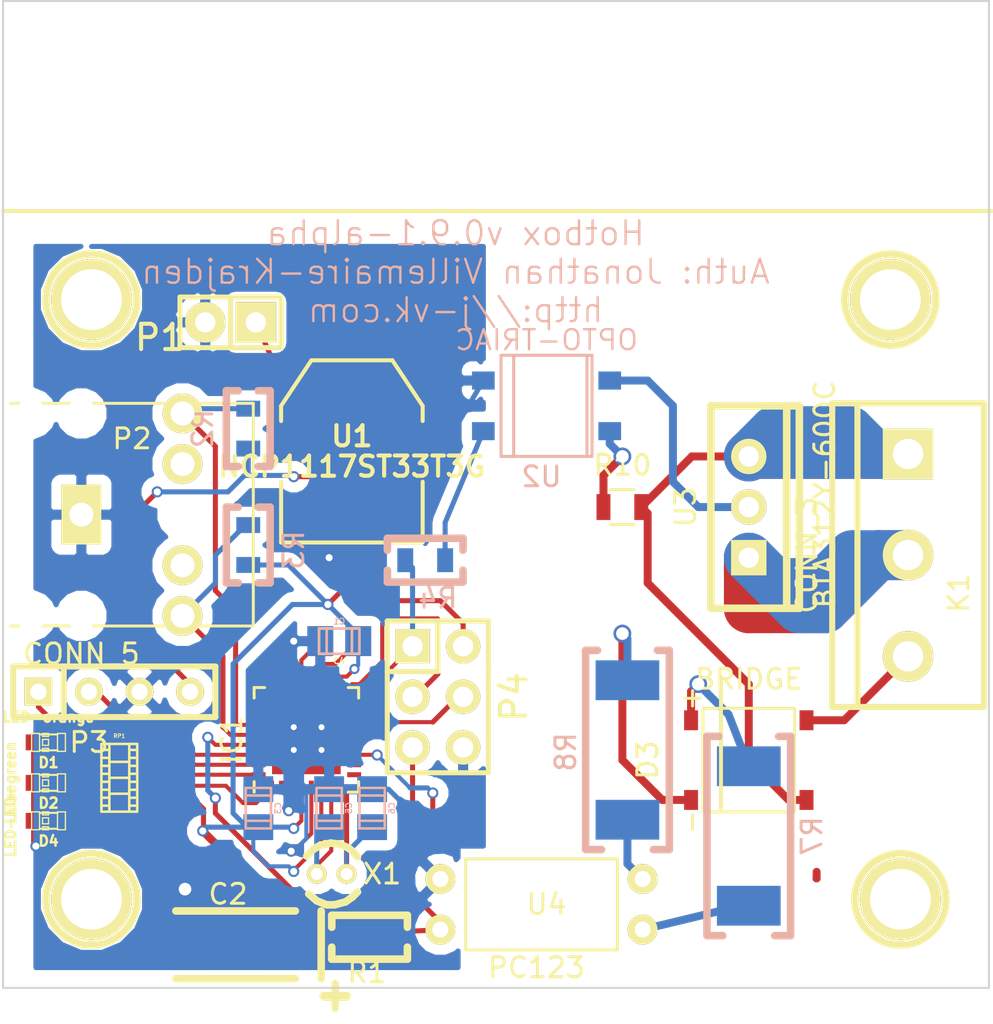
<source format=kicad_pcb>
(kicad_pcb (version 4) (host pcbnew "(after 2015-mar-04 BZR unknown)-product")

  (general
    (links 66)
    (no_connects 0)
    (area 82.6199 133.934999 133.013401 184.999581)
    (thickness 1.6)
    (drawings 7)
    (tracks 289)
    (zones 0)
    (modules 33)
    (nets 47)
  )

  (page A4)
  (title_block
    (title hotbox)
  )

  (layers
    (0 F.Cu signal)
    (31 B.Cu signal)
    (32 B.Adhes user)
    (33 F.Adhes user)
    (34 B.Paste user)
    (35 F.Paste user)
    (36 B.SilkS user)
    (37 F.SilkS user)
    (38 B.Mask user)
    (39 F.Mask user)
    (40 Dwgs.User user)
    (41 Cmts.User user)
    (42 Eco1.User user)
    (43 Eco2.User user)
    (44 Edge.Cuts user)
  )

  (setup
    (last_trace_width 0.4)
    (user_trace_width 0.203)
    (user_trace_width 0.254)
    (user_trace_width 0.4)
    (trace_clearance 0.254)
    (zone_clearance 0.508)
    (zone_45_only yes)
    (trace_min 0.1524)
    (segment_width 0.2)
    (edge_width 0.1)
    (via_size 0.889)
    (via_drill 0.635)
    (via_min_size 0.508)
    (via_min_drill 0.3)
    (user_via 0.508 0.3)
    (user_via 0.5588 0.3556)
    (user_via 0.889 0.635)
    (uvia_size 0.508)
    (uvia_drill 0.33)
    (uvias_allowed no)
    (uvia_min_size 0.508)
    (uvia_min_drill 0.3)
    (pcb_text_width 0.3)
    (pcb_text_size 1.5 1.5)
    (mod_edge_width 0.15)
    (mod_text_size 1 1)
    (mod_text_width 0.15)
    (pad_size 1.725 1.725)
    (pad_drill 0)
    (pad_to_mask_clearance 0)
    (aux_axis_origin 0 0)
    (grid_origin 113.03 151.765)
    (visible_elements FFFFFF7F)
    (pcbplotparams
      (layerselection 0x010f0_80000001)
      (usegerberextensions true)
      (excludeedgelayer true)
      (linewidth 0.150000)
      (plotframeref false)
      (viasonmask false)
      (mode 1)
      (useauxorigin false)
      (hpglpennumber 1)
      (hpglpenspeed 20)
      (hpglpendiameter 15)
      (hpglpenoverlay 2)
      (psnegative false)
      (psa4output false)
      (plotreference true)
      (plotvalue true)
      (plotinvisibletext false)
      (padsonsilk false)
      (subtractmaskfromsilk false)
      (outputformat 1)
      (mirror false)
      (drillshape 0)
      (scaleselection 1)
      (outputdirectory gerber/))
  )

  (net 0 "")
  (net 1 GND)
  (net 2 "Net-(C4-Pad2)")
  (net 3 "Net-(C5-Pad2)")
  (net 4 "Net-(C6-Pad2)")
  (net 5 /load)
  (net 6 "Net-(D1-Pad1)")
  (net 7 "Net-(D2-Pad1)")
  (net 8 "Net-(D3-Pad1)")
  (net 9 "Net-(D3-Pad3)")
  (net 10 /neutral)
  (net 11 /live)
  (net 12 "Net-(D4-Pad1)")
  (net 13 "Net-(IC1-Pad2)")
  (net 14 "Net-(IC1-Pad1)")
  (net 15 "Net-(IC1-Pad24)")
  (net 16 "Net-(IC1-Pad17)")
  (net 17 "Net-(IC1-Pad19)")
  (net 18 "Net-(IC1-Pad22)")
  (net 19 "Net-(IC1-Pad23)")
  (net 20 "Net-(IC1-Pad32)")
  (net 21 "Net-(IC1-Pad31)")
  (net 22 "Net-(IC1-Pad30)")
  (net 23 "Net-(IC1-Pad29)")
  (net 24 /TH2)
  (net 25 /TH1)
  (net 26 "Net-(IC1-Pad26)")
  (net 27 "Net-(IC1-Pad25)")
  (net 28 "Net-(IC1-Pad9)")
  (net 29 "Net-(IC1-Pad10)")
  (net 30 "Net-(IC1-Pad12)")
  (net 31 "Net-(IC1-Pad13)")
  (net 32 "Net-(IC1-Pad14)")
  (net 33 "Net-(IC1-Pad15)")
  (net 34 "Net-(IC1-Pad16)")
  (net 35 "Net-(P1-Pad1)")
  (net 36 "Net-(P2-Pad3)")
  (net 37 "Net-(P2-Pad4)")
  (net 38 "Net-(R4-Pad1)")
  (net 39 "Net-(R7-Pad2)")
  (net 40 "Net-(R8-Pad2)")
  (net 41 "Net-(R10-Pad1)")
  (net 42 "Net-(U2-Pad4)")
  (net 43 "Net-(RP1-Pad3)")
  (net 44 "Net-(RP1-Pad6)")
  (net 45 /zc)
  (net 46 +3V3)

  (net_class Default "This is the default net class."
    (clearance 0.254)
    (trace_width 0.254)
    (via_dia 0.889)
    (via_drill 0.635)
    (uvia_dia 0.508)
    (uvia_drill 0.33)
    (add_net +3V3)
    (add_net /TH1)
    (add_net /TH2)
    (add_net /zc)
    (add_net GND)
    (add_net "Net-(C4-Pad2)")
    (add_net "Net-(C5-Pad2)")
    (add_net "Net-(C6-Pad2)")
    (add_net "Net-(D1-Pad1)")
    (add_net "Net-(D2-Pad1)")
    (add_net "Net-(D4-Pad1)")
    (add_net "Net-(P1-Pad1)")
    (add_net "Net-(P2-Pad3)")
    (add_net "Net-(P2-Pad4)")
    (add_net "Net-(R4-Pad1)")
    (add_net "Net-(RP1-Pad3)")
    (add_net "Net-(RP1-Pad6)")
  )

  (net_class ic ""
    (clearance 0.203)
    (trace_width 0.203)
    (via_dia 0.5588)
    (via_drill 0.3556)
    (uvia_dia 0.508)
    (uvia_drill 0.33)
    (add_net "Net-(IC1-Pad1)")
    (add_net "Net-(IC1-Pad10)")
    (add_net "Net-(IC1-Pad12)")
    (add_net "Net-(IC1-Pad13)")
    (add_net "Net-(IC1-Pad14)")
    (add_net "Net-(IC1-Pad15)")
    (add_net "Net-(IC1-Pad16)")
    (add_net "Net-(IC1-Pad17)")
    (add_net "Net-(IC1-Pad19)")
    (add_net "Net-(IC1-Pad2)")
    (add_net "Net-(IC1-Pad22)")
    (add_net "Net-(IC1-Pad23)")
    (add_net "Net-(IC1-Pad24)")
    (add_net "Net-(IC1-Pad25)")
    (add_net "Net-(IC1-Pad26)")
    (add_net "Net-(IC1-Pad29)")
    (add_net "Net-(IC1-Pad30)")
    (add_net "Net-(IC1-Pad31)")
    (add_net "Net-(IC1-Pad32)")
    (add_net "Net-(IC1-Pad9)")
  )

  (net_class mains ""
    (clearance 0.4)
    (trace_width 0.4)
    (via_dia 0.889)
    (via_drill 0.635)
    (uvia_dia 0.508)
    (uvia_drill 0.33)
    (add_net /neutral)
    (add_net "Net-(D3-Pad1)")
    (add_net "Net-(D3-Pad3)")
    (add_net "Net-(R10-Pad1)")
    (add_net "Net-(R7-Pad2)")
    (add_net "Net-(R8-Pad2)")
    (add_net "Net-(U2-Pad4)")
  )

  (net_class power ""
    (clearance 0.4)
    (trace_width 2.5)
    (via_dia 0.889)
    (via_drill 0.635)
    (uvia_dia 0.508)
    (uvia_drill 0.33)
    (add_net /live)
    (add_net /load)
  )

  (module Socket_Strips:Socket_Strip_Straight_2x03 (layer F.Cu) (tedit 5566A17F) (tstamp 556A3068)
    (at 105.029 168.91 270)
    (path /5564DFE6)
    (fp_text reference P4 (at 0 -3.81 270) (layer F.SilkS)
      (effects (font (size 1.27 1.27) (thickness 0.2032)))
    )
    (fp_text value CONN_3X2 (at 0 0 270) (layer F.SilkS) hide
      (effects (font (size 1.27 1.27) (thickness 0.2032)))
    )
    (fp_line (start -3.81 0) (end -1.27 0) (layer F.SilkS) (width 0.254))
    (fp_line (start -1.27 0) (end -1.27 2.54) (layer F.SilkS) (width 0.254))
    (fp_line (start -3.81 2.54) (end 3.81 2.54) (layer F.SilkS) (width 0.254))
    (fp_line (start 3.81 2.54) (end 3.81 -2.54) (layer F.SilkS) (width 0.254))
    (fp_line (start 3.81 -2.54) (end -1.27 -2.54) (layer F.SilkS) (width 0.254))
    (fp_line (start -3.81 2.54) (end -3.81 0) (layer F.SilkS) (width 0.254))
    (fp_line (start -3.81 -2.54) (end -3.81 0) (layer F.SilkS) (width 0.254))
    (fp_line (start -1.27 -2.54) (end -3.81 -2.54) (layer F.SilkS) (width 0.254))
    (pad 1 thru_hole rect (at -2.54 1.27 270) (size 1.7272 1.7272) (drill 1.016) (layers *.Cu *.Mask F.SilkS)
      (net 34 "Net-(IC1-Pad16)"))
    (pad 2 thru_hole oval (at 0 1.27 270) (size 1.7272 1.7272) (drill 1.016) (layers *.Cu *.Mask F.SilkS)
      (net 16 "Net-(IC1-Pad17)"))
    (pad 3 thru_hole oval (at 2.54 1.27 270) (size 1.7272 1.7272) (drill 1.016) (layers *.Cu *.Mask F.SilkS)
      (net 23 "Net-(IC1-Pad29)"))
    (pad 4 thru_hole oval (at 2.54 -1.27 270) (size 1.7272 1.7272) (drill 1.016) (layers *.Cu *.Mask F.SilkS)
      (net 1 GND))
    (pad 5 thru_hole oval (at 0 -1.27 270) (size 1.7272 1.7272) (drill 1.016) (layers *.Cu *.Mask F.SilkS)
      (net 33 "Net-(IC1-Pad15)"))
    (pad 6 thru_hole oval (at -2.54 -1.27 270) (size 1.7272 1.7272) (drill 1.016) (layers *.Cu *.Mask F.SilkS)
      (net 46 +3V3))
    (model Pin_Headers.3dshapes/Pin_Header_Straight_2x03.wrl
      (at (xyz 0 0 0))
      (scale (xyz 1 1 1))
      (rotate (xyz 0 0 0))
    )
  )

  (module Capacitors_SMD:c_0805 (layer B.Cu) (tedit 5566A17F) (tstamp 5566A388)
    (at 100.076 166.116 180)
    (descr "SMT capacitor, 0805")
    (path /55663D28)
    (fp_text reference C1 (at 0 0.9906 180) (layer B.SilkS)
      (effects (font (size 0.29972 0.29972) (thickness 0.06096)) (justify mirror))
    )
    (fp_text value C (at 0 -0.9906 180) (layer B.SilkS) hide
      (effects (font (size 0.29972 0.29972) (thickness 0.06096)) (justify mirror))
    )
    (fp_line (start 0.635 0.635) (end 0.635 -0.635) (layer B.SilkS) (width 0.127))
    (fp_line (start -0.635 0.635) (end -0.635 -0.6096) (layer B.SilkS) (width 0.127))
    (fp_line (start -1.016 0.635) (end 1.016 0.635) (layer B.SilkS) (width 0.127))
    (fp_line (start 1.016 0.635) (end 1.016 -0.635) (layer B.SilkS) (width 0.127))
    (fp_line (start 1.016 -0.635) (end -1.016 -0.635) (layer B.SilkS) (width 0.127))
    (fp_line (start -1.016 -0.635) (end -1.016 0.635) (layer B.SilkS) (width 0.127))
    (pad 1 smd rect (at 0.9525 0 180) (size 1.30048 1.4986) (layers B.Cu B.Paste B.Mask)
      (net 1 GND))
    (pad 2 smd rect (at -0.9525 0 180) (size 1.30048 1.4986) (layers B.Cu B.Paste B.Mask)
      (net 46 +3V3))
    (model Capacitors_SMD.3dshapes/C_0805.wrl
      (at (xyz 0 0 0))
      (scale (xyz 1 1 1))
      (rotate (xyz 0 0 0))
    )
  )

  (module Capacitors_SMD:c_0805 (layer B.Cu) (tedit 5566A17F) (tstamp 556A16DD)
    (at 96.012 174.498 90)
    (descr "SMT capacitor, 0805")
    (path /55663AE3)
    (fp_text reference C3 (at 0 0.9906 90) (layer B.SilkS)
      (effects (font (size 0.29972 0.29972) (thickness 0.06096)) (justify mirror))
    )
    (fp_text value 220uF (at 0 -0.9906 90) (layer B.SilkS) hide
      (effects (font (size 0.29972 0.29972) (thickness 0.06096)) (justify mirror))
    )
    (fp_line (start 0.635 0.635) (end 0.635 -0.635) (layer B.SilkS) (width 0.127))
    (fp_line (start -0.635 0.635) (end -0.635 -0.6096) (layer B.SilkS) (width 0.127))
    (fp_line (start -1.016 0.635) (end 1.016 0.635) (layer B.SilkS) (width 0.127))
    (fp_line (start 1.016 0.635) (end 1.016 -0.635) (layer B.SilkS) (width 0.127))
    (fp_line (start 1.016 -0.635) (end -1.016 -0.635) (layer B.SilkS) (width 0.127))
    (fp_line (start -1.016 -0.635) (end -1.016 0.635) (layer B.SilkS) (width 0.127))
    (pad 1 smd rect (at 0.9525 0 90) (size 1.30048 1.4986) (layers B.Cu B.Paste B.Mask)
      (net 1 GND))
    (pad 2 smd rect (at -0.9525 0 90) (size 1.30048 1.4986) (layers B.Cu B.Paste B.Mask)
      (net 46 +3V3))
    (model Capacitors_SMD.3dshapes/C_0805.wrl
      (at (xyz 0 0 0))
      (scale (xyz 1 1 1))
      (rotate (xyz 0 0 0))
    )
  )

  (module Capacitors_SMD:c_0805 (layer F.Cu) (tedit 5566A17F) (tstamp 556A158C)
    (at 100.076 166.116 180)
    (descr "SMT capacitor, 0805")
    (path /55627022)
    (fp_text reference C4 (at 0 -0.9906 180) (layer F.SilkS)
      (effects (font (size 0.29972 0.29972) (thickness 0.06096)))
    )
    (fp_text value 0.1uF (at 0 0.9906 180) (layer F.SilkS) hide
      (effects (font (size 0.29972 0.29972) (thickness 0.06096)))
    )
    (fp_line (start 0.635 -0.635) (end 0.635 0.635) (layer F.SilkS) (width 0.127))
    (fp_line (start -0.635 -0.635) (end -0.635 0.6096) (layer F.SilkS) (width 0.127))
    (fp_line (start -1.016 -0.635) (end 1.016 -0.635) (layer F.SilkS) (width 0.127))
    (fp_line (start 1.016 -0.635) (end 1.016 0.635) (layer F.SilkS) (width 0.127))
    (fp_line (start 1.016 0.635) (end -1.016 0.635) (layer F.SilkS) (width 0.127))
    (fp_line (start -1.016 0.635) (end -1.016 -0.635) (layer F.SilkS) (width 0.127))
    (pad 1 smd rect (at 0.9525 0 180) (size 1.30048 1.4986) (layers F.Cu F.Paste F.Mask)
      (net 1 GND))
    (pad 2 smd rect (at -0.9525 0 180) (size 1.30048 1.4986) (layers F.Cu F.Paste F.Mask)
      (net 2 "Net-(C4-Pad2)"))
    (model smd/capacitors/c_0805.wrl
      (at (xyz 0 0 0))
      (scale (xyz 1 1 1))
      (rotate (xyz 0 0 0))
    )
  )

  (module Capacitors_SMD:c_0805 (layer B.Cu) (tedit 5566A17F) (tstamp 556A16D0)
    (at 99.568 174.498 90)
    (descr "SMT capacitor, 0805")
    (path /5560BAB0)
    (fp_text reference C5 (at 0 0.9906 90) (layer B.SilkS)
      (effects (font (size 0.29972 0.29972) (thickness 0.06096)) (justify mirror))
    )
    (fp_text value 12pF (at 0 -0.9906 90) (layer B.SilkS) hide
      (effects (font (size 0.29972 0.29972) (thickness 0.06096)) (justify mirror))
    )
    (fp_line (start 0.635 0.635) (end 0.635 -0.635) (layer B.SilkS) (width 0.127))
    (fp_line (start -0.635 0.635) (end -0.635 -0.6096) (layer B.SilkS) (width 0.127))
    (fp_line (start -1.016 0.635) (end 1.016 0.635) (layer B.SilkS) (width 0.127))
    (fp_line (start 1.016 0.635) (end 1.016 -0.635) (layer B.SilkS) (width 0.127))
    (fp_line (start 1.016 -0.635) (end -1.016 -0.635) (layer B.SilkS) (width 0.127))
    (fp_line (start -1.016 -0.635) (end -1.016 0.635) (layer B.SilkS) (width 0.127))
    (pad 1 smd rect (at 0.9525 0 90) (size 1.30048 1.4986) (layers B.Cu B.Paste B.Mask)
      (net 1 GND))
    (pad 2 smd rect (at -0.9525 0 90) (size 1.30048 1.4986) (layers B.Cu B.Paste B.Mask)
      (net 3 "Net-(C5-Pad2)"))
    (model Capacitors_SMD.3dshapes/C_0805.wrl
      (at (xyz 0 0 0))
      (scale (xyz 1 1 1))
      (rotate (xyz 0 0 0))
    )
  )

  (module Capacitors_SMD:c_0805 (layer B.Cu) (tedit 5566A17F) (tstamp 556A16C3)
    (at 101.727 174.498 90)
    (descr "SMT capacitor, 0805")
    (path /5560BAC2)
    (fp_text reference C6 (at 0 0.9906 90) (layer B.SilkS)
      (effects (font (size 0.29972 0.29972) (thickness 0.06096)) (justify mirror))
    )
    (fp_text value 12pF (at 0 -0.9906 90) (layer B.SilkS) hide
      (effects (font (size 0.29972 0.29972) (thickness 0.06096)) (justify mirror))
    )
    (fp_line (start 0.635 0.635) (end 0.635 -0.635) (layer B.SilkS) (width 0.127))
    (fp_line (start -0.635 0.635) (end -0.635 -0.6096) (layer B.SilkS) (width 0.127))
    (fp_line (start -1.016 0.635) (end 1.016 0.635) (layer B.SilkS) (width 0.127))
    (fp_line (start 1.016 0.635) (end 1.016 -0.635) (layer B.SilkS) (width 0.127))
    (fp_line (start 1.016 -0.635) (end -1.016 -0.635) (layer B.SilkS) (width 0.127))
    (fp_line (start -1.016 -0.635) (end -1.016 0.635) (layer B.SilkS) (width 0.127))
    (pad 1 smd rect (at 0.9525 0 90) (size 1.30048 1.4986) (layers B.Cu B.Paste B.Mask)
      (net 1 GND))
    (pad 2 smd rect (at -0.9525 0 90) (size 1.30048 1.4986) (layers B.Cu B.Paste B.Mask)
      (net 4 "Net-(C6-Pad2)"))
    (model Capacitors_SMD.3dshapes/C_0805.wrl
      (at (xyz 0 0 0))
      (scale (xyz 1 1 1))
      (rotate (xyz 0 0 0))
    )
  )

  (module LEDs:LED-0603 (layer F.Cu) (tedit 55677120) (tstamp 556A088C)
    (at 85.471 171.196 180)
    (descr "LED 0603 smd package")
    (tags "LED led 0603 SMD smd SMT smt smdled SMDLED smtled SMTLED")
    (path /5560D6DE)
    (attr smd)
    (fp_text reference D1 (at 0 -1.016 180) (layer F.SilkS)
      (effects (font (size 0.508 0.508) (thickness 0.127)))
    )
    (fp_text value LED-orange (at 0 1.27 180) (layer F.SilkS)
      (effects (font (size 0.508 0.508) (thickness 0.127)))
    )
    (fp_line (start 0.44958 -0.44958) (end 0.44958 0.44958) (layer F.SilkS) (width 0.06604))
    (fp_line (start 0.44958 0.44958) (end 0.84836 0.44958) (layer F.SilkS) (width 0.06604))
    (fp_line (start 0.84836 -0.44958) (end 0.84836 0.44958) (layer F.SilkS) (width 0.06604))
    (fp_line (start 0.44958 -0.44958) (end 0.84836 -0.44958) (layer F.SilkS) (width 0.06604))
    (fp_line (start -0.84836 -0.44958) (end -0.84836 0.44958) (layer F.SilkS) (width 0.06604))
    (fp_line (start -0.84836 0.44958) (end -0.44958 0.44958) (layer F.SilkS) (width 0.06604))
    (fp_line (start -0.44958 -0.44958) (end -0.44958 0.44958) (layer F.SilkS) (width 0.06604))
    (fp_line (start -0.84836 -0.44958) (end -0.44958 -0.44958) (layer F.SilkS) (width 0.06604))
    (fp_line (start 0 -0.44958) (end 0 -0.29972) (layer F.SilkS) (width 0.06604))
    (fp_line (start 0 -0.29972) (end 0.29972 -0.29972) (layer F.SilkS) (width 0.06604))
    (fp_line (start 0.29972 -0.44958) (end 0.29972 -0.29972) (layer F.SilkS) (width 0.06604))
    (fp_line (start 0 -0.44958) (end 0.29972 -0.44958) (layer F.SilkS) (width 0.06604))
    (fp_line (start 0 0.29972) (end 0 0.44958) (layer F.SilkS) (width 0.06604))
    (fp_line (start 0 0.44958) (end 0.29972 0.44958) (layer F.SilkS) (width 0.06604))
    (fp_line (start 0.29972 0.29972) (end 0.29972 0.44958) (layer F.SilkS) (width 0.06604))
    (fp_line (start 0 0.29972) (end 0.29972 0.29972) (layer F.SilkS) (width 0.06604))
    (fp_line (start 0 -0.14986) (end 0 0.14986) (layer F.SilkS) (width 0.06604))
    (fp_line (start 0 0.14986) (end 0.29972 0.14986) (layer F.SilkS) (width 0.06604))
    (fp_line (start 0.29972 -0.14986) (end 0.29972 0.14986) (layer F.SilkS) (width 0.06604))
    (fp_line (start 0 -0.14986) (end 0.29972 -0.14986) (layer F.SilkS) (width 0.06604))
    (fp_line (start 0.44958 -0.39878) (end -0.44958 -0.39878) (layer F.SilkS) (width 0.1016))
    (fp_line (start 0.44958 0.39878) (end -0.44958 0.39878) (layer F.SilkS) (width 0.1016))
    (pad 1 smd rect (at -0.7493 0 180) (size 0.79756 0.79756) (layers F.Cu F.Paste F.Mask)
      (net 6 "Net-(D1-Pad1)"))
    (pad 2 smd rect (at 0.7493 0 180) (size 0.79756 0.79756) (layers F.Cu F.Paste F.Mask)
      (net 1 GND))
    (model smd/resistors/R0603/R0603.wrl
      (at (xyz 0 0 0))
      (scale (xyz 1 1 1))
      (rotate (xyz 0 0 0))
    )
  )

  (module LEDs:LED-0603 (layer F.Cu) (tedit 55677116) (tstamp 5566A418)
    (at 85.471 173.228 180)
    (descr "LED 0603 smd package")
    (tags "LED led 0603 SMD smd SMT smt smdled SMDLED smtled SMTLED")
    (path /5560D704)
    (attr smd)
    (fp_text reference D2 (at 0 -1.016 180) (layer F.SilkS)
      (effects (font (size 0.508 0.508) (thickness 0.127)))
    )
    (fp_text value LED-green (at 1.905 0 270) (layer F.SilkS)
      (effects (font (size 0.508 0.508) (thickness 0.127)))
    )
    (fp_line (start 0.44958 -0.44958) (end 0.44958 0.44958) (layer F.SilkS) (width 0.06604))
    (fp_line (start 0.44958 0.44958) (end 0.84836 0.44958) (layer F.SilkS) (width 0.06604))
    (fp_line (start 0.84836 -0.44958) (end 0.84836 0.44958) (layer F.SilkS) (width 0.06604))
    (fp_line (start 0.44958 -0.44958) (end 0.84836 -0.44958) (layer F.SilkS) (width 0.06604))
    (fp_line (start -0.84836 -0.44958) (end -0.84836 0.44958) (layer F.SilkS) (width 0.06604))
    (fp_line (start -0.84836 0.44958) (end -0.44958 0.44958) (layer F.SilkS) (width 0.06604))
    (fp_line (start -0.44958 -0.44958) (end -0.44958 0.44958) (layer F.SilkS) (width 0.06604))
    (fp_line (start -0.84836 -0.44958) (end -0.44958 -0.44958) (layer F.SilkS) (width 0.06604))
    (fp_line (start 0 -0.44958) (end 0 -0.29972) (layer F.SilkS) (width 0.06604))
    (fp_line (start 0 -0.29972) (end 0.29972 -0.29972) (layer F.SilkS) (width 0.06604))
    (fp_line (start 0.29972 -0.44958) (end 0.29972 -0.29972) (layer F.SilkS) (width 0.06604))
    (fp_line (start 0 -0.44958) (end 0.29972 -0.44958) (layer F.SilkS) (width 0.06604))
    (fp_line (start 0 0.29972) (end 0 0.44958) (layer F.SilkS) (width 0.06604))
    (fp_line (start 0 0.44958) (end 0.29972 0.44958) (layer F.SilkS) (width 0.06604))
    (fp_line (start 0.29972 0.29972) (end 0.29972 0.44958) (layer F.SilkS) (width 0.06604))
    (fp_line (start 0 0.29972) (end 0.29972 0.29972) (layer F.SilkS) (width 0.06604))
    (fp_line (start 0 -0.14986) (end 0 0.14986) (layer F.SilkS) (width 0.06604))
    (fp_line (start 0 0.14986) (end 0.29972 0.14986) (layer F.SilkS) (width 0.06604))
    (fp_line (start 0.29972 -0.14986) (end 0.29972 0.14986) (layer F.SilkS) (width 0.06604))
    (fp_line (start 0 -0.14986) (end 0.29972 -0.14986) (layer F.SilkS) (width 0.06604))
    (fp_line (start 0.44958 -0.39878) (end -0.44958 -0.39878) (layer F.SilkS) (width 0.1016))
    (fp_line (start 0.44958 0.39878) (end -0.44958 0.39878) (layer F.SilkS) (width 0.1016))
    (pad 1 smd rect (at -0.7493 0 180) (size 0.79756 0.79756) (layers F.Cu F.Paste F.Mask)
      (net 7 "Net-(D2-Pad1)"))
    (pad 2 smd rect (at 0.7493 0 180) (size 0.79756 0.79756) (layers F.Cu F.Paste F.Mask)
      (net 1 GND))
  )

  (module custom:RECTIFIER_BRIDGE (layer F.Cu) (tedit 5568083A) (tstamp 5566AFBE)
    (at 120.65 172.085 90)
    (path /5560BE0D)
    (fp_text reference D3 (at 0 -5.08 90) (layer F.SilkS)
      (effects (font (size 1 1) (thickness 0.15)))
    )
    (fp_text value BRIDGE (at 4.064 0 180) (layer F.SilkS)
      (effects (font (size 1 1) (thickness 0.15)))
    )
    (fp_text user - (at -3.1 -2.9 90) (layer F.SilkS)
      (effects (font (size 1 1) (thickness 0.15)))
    )
    (fp_text user + (at 3.1 -2.9 90) (layer F.SilkS)
      (effects (font (size 1 1) (thickness 0.15)))
    )
    (fp_line (start -2.6 -2.3) (end 2.6 -2.3) (layer F.SilkS) (width 0.15))
    (fp_line (start 2.6 -2.3) (end 2.6 2.3) (layer F.SilkS) (width 0.15))
    (fp_line (start 2.6 2.3) (end -2.6 2.3) (layer F.SilkS) (width 0.15))
    (fp_line (start -2.6 2.3) (end -2.6 -2.3) (layer F.SilkS) (width 0.15))
    (pad 1 smd rect (at -2 -2.9 90) (size 1 0.7) (layers F.Cu F.Paste F.Mask)
      (net 8 "Net-(D3-Pad1)"))
    (pad 3 smd rect (at 2 -2.9 90) (size 1 0.7) (layers F.Cu F.Paste F.Mask)
      (net 9 "Net-(D3-Pad3)"))
    (pad 2 smd rect (at -2 2.9 90) (size 1 0.7) (layers F.Cu F.Paste F.Mask)
      (net 11 /live))
    (pad 4 smd rect (at 2 2.9 90) (size 1 0.7) (layers F.Cu F.Paste F.Mask)
      (net 10 /neutral))
  )

  (module LEDs:LED-0603 (layer F.Cu) (tedit 55677126) (tstamp 55677029)
    (at 85.471 175.133 180)
    (descr "LED 0603 smd package")
    (tags "LED led 0603 SMD smd SMT smt smdled SMDLED smtled SMTLED")
    (path /55665CDE)
    (attr smd)
    (fp_text reference D4 (at 0 -1.016 180) (layer F.SilkS)
      (effects (font (size 0.508 0.508) (thickness 0.127)))
    )
    (fp_text value LED-blue (at 1.905 0 270) (layer F.SilkS)
      (effects (font (size 0.508 0.508) (thickness 0.127)))
    )
    (fp_line (start 0.44958 -0.44958) (end 0.44958 0.44958) (layer F.SilkS) (width 0.06604))
    (fp_line (start 0.44958 0.44958) (end 0.84836 0.44958) (layer F.SilkS) (width 0.06604))
    (fp_line (start 0.84836 -0.44958) (end 0.84836 0.44958) (layer F.SilkS) (width 0.06604))
    (fp_line (start 0.44958 -0.44958) (end 0.84836 -0.44958) (layer F.SilkS) (width 0.06604))
    (fp_line (start -0.84836 -0.44958) (end -0.84836 0.44958) (layer F.SilkS) (width 0.06604))
    (fp_line (start -0.84836 0.44958) (end -0.44958 0.44958) (layer F.SilkS) (width 0.06604))
    (fp_line (start -0.44958 -0.44958) (end -0.44958 0.44958) (layer F.SilkS) (width 0.06604))
    (fp_line (start -0.84836 -0.44958) (end -0.44958 -0.44958) (layer F.SilkS) (width 0.06604))
    (fp_line (start 0 -0.44958) (end 0 -0.29972) (layer F.SilkS) (width 0.06604))
    (fp_line (start 0 -0.29972) (end 0.29972 -0.29972) (layer F.SilkS) (width 0.06604))
    (fp_line (start 0.29972 -0.44958) (end 0.29972 -0.29972) (layer F.SilkS) (width 0.06604))
    (fp_line (start 0 -0.44958) (end 0.29972 -0.44958) (layer F.SilkS) (width 0.06604))
    (fp_line (start 0 0.29972) (end 0 0.44958) (layer F.SilkS) (width 0.06604))
    (fp_line (start 0 0.44958) (end 0.29972 0.44958) (layer F.SilkS) (width 0.06604))
    (fp_line (start 0.29972 0.29972) (end 0.29972 0.44958) (layer F.SilkS) (width 0.06604))
    (fp_line (start 0 0.29972) (end 0.29972 0.29972) (layer F.SilkS) (width 0.06604))
    (fp_line (start 0 -0.14986) (end 0 0.14986) (layer F.SilkS) (width 0.06604))
    (fp_line (start 0 0.14986) (end 0.29972 0.14986) (layer F.SilkS) (width 0.06604))
    (fp_line (start 0.29972 -0.14986) (end 0.29972 0.14986) (layer F.SilkS) (width 0.06604))
    (fp_line (start 0 -0.14986) (end 0.29972 -0.14986) (layer F.SilkS) (width 0.06604))
    (fp_line (start 0.44958 -0.39878) (end -0.44958 -0.39878) (layer F.SilkS) (width 0.1016))
    (fp_line (start 0.44958 0.39878) (end -0.44958 0.39878) (layer F.SilkS) (width 0.1016))
    (pad 1 smd rect (at -0.7493 0 180) (size 0.79756 0.79756) (layers F.Cu F.Paste F.Mask)
      (net 12 "Net-(D4-Pad1)"))
    (pad 2 smd rect (at 0.7493 0 180) (size 0.79756 0.79756) (layers F.Cu F.Paste F.Mask)
      (net 1 GND))
  )

  (module Connect:bornier3 (layer F.Cu) (tedit 55671EC4) (tstamp 556A4936)
    (at 128.651 161.798 270)
    (descr "Bornier d'alimentation 3 pins")
    (tags DEV)
    (path /5560C596)
    (fp_text reference K1 (at 1.905 -2.54 270) (layer F.SilkS)
      (effects (font (size 1 1) (thickness 0.15)))
    )
    (fp_text value CONN_3 (at 0 5.08 270) (layer F.SilkS)
      (effects (font (size 1 1) (thickness 0.15)))
    )
    (fp_line (start -7.62 3.81) (end -7.62 -3.81) (layer F.SilkS) (width 0.3048))
    (fp_line (start 7.62 3.81) (end 7.62 -3.81) (layer F.SilkS) (width 0.3048))
    (fp_line (start -7.62 2.54) (end 7.62 2.54) (layer F.SilkS) (width 0.3048))
    (fp_line (start -7.62 -3.81) (end 7.62 -3.81) (layer F.SilkS) (width 0.3048))
    (fp_line (start -7.62 3.81) (end 7.62 3.81) (layer F.SilkS) (width 0.3048))
    (pad 1 thru_hole rect (at -5.08 0 270) (size 2.54 2.54) (drill 1.524) (layers *.Cu *.Mask F.SilkS)
      (net 11 /live))
    (pad 2 thru_hole circle (at 0 0 270) (size 2.54 2.54) (drill 1.524) (layers *.Cu *.Mask F.SilkS)
      (net 5 /load))
    (pad 3 thru_hole circle (at 5.08 0 270) (size 2.54 2.54) (drill 1.524) (layers *.Cu *.Mask F.SilkS)
      (net 10 /neutral))
    (model Connect.3dshapes/bornier3.wrl
      (at (xyz 0 0 0))
      (scale (xyz 1 1 1))
      (rotate (xyz 0 0 0))
    )
  )

  (module custom:CONN_AUDIO_JACK (layer F.Cu) (tedit 55675C1D) (tstamp 5566A49B)
    (at 89.662 159.766)
    (path /55633884)
    (fp_text reference P2 (at 0 -3.81) (layer F.SilkS)
      (effects (font (size 1 1) (thickness 0.15)))
    )
    (fp_text value CONN_5 (at -2.54 6.985) (layer F.SilkS)
      (effects (font (size 1 1) (thickness 0.15)))
    )
    (fp_line (start -6.096 -5.588) (end 6.096 -5.588) (layer F.SilkS) (width 0.15))
    (fp_line (start 6.096 -5.588) (end 6.096 5.588) (layer F.SilkS) (width 0.15))
    (fp_line (start 6.096 5.588) (end -6.096 5.588) (layer F.SilkS) (width 0.15))
    (pad 1 thru_hole rect (at -2.54 0) (size 2 3) (drill 1.2) (layers *.Cu *.Mask F.SilkS)
      (net 1 GND))
    (pad 3 thru_hole circle (at 2.54 -2.54) (size 2 2) (drill 1.2) (layers *.Cu *.Mask F.SilkS)
      (net 36 "Net-(P2-Pad3)"))
    (pad 2 thru_hole circle (at 2.54 -5.08) (size 2 2) (drill 1.2) (layers *.Cu *.Mask F.SilkS)
      (net 25 /TH1))
    (pad 4 thru_hole circle (at 2.54 2.54) (size 2 2) (drill 1.2) (layers *.Cu *.Mask F.SilkS)
      (net 37 "Net-(P2-Pad4)"))
    (pad 5 thru_hole circle (at 2.54 5.08) (size 2 2) (drill 1.2) (layers *.Cu *.Mask F.SilkS)
      (net 24 /TH2))
    (pad "" np_thru_hole circle (at -5.08 -5.08) (size 1.5 1.5) (drill 1.5) (layers *.Cu *.Mask F.SilkS))
    (pad "" np_thru_hole circle (at -5.08 5.08) (size 1.5 1.5) (drill 1.5) (layers *.Cu *.Mask F.SilkS))
    (pad "" np_thru_hole circle (at -2.54 5.08) (size 1.5 1.5) (drill 1.5) (layers *.Cu *.Mask F.SilkS))
    (pad "" np_thru_hole circle (at -2.54 -5.08) (size 1.5 1.5) (drill 1.5) (layers *.Cu *.Mask F.SilkS))
    (pad "" np_thru_hole circle (at 2.54 0) (size 1.5 1.5) (drill 1.5) (layers *.Cu *.Mask F.SilkS))
  )

  (module Connect:SIL-4 (layer F.Cu) (tedit 55675639) (tstamp 5566A4AA)
    (at 88.773 168.656)
    (descr "Connecteur 4 pibs")
    (tags "CONN DEV")
    (path /5564D922)
    (fp_text reference P3 (at -1.27 2.54) (layer F.SilkS)
      (effects (font (size 1 1) (thickness 0.15)))
    )
    (fp_text value CONN_4 (at 0 -2.54) (layer F.SilkS) hide
      (effects (font (size 1.524 1.016) (thickness 0.3048)))
    )
    (fp_line (start -5.08 -1.27) (end -5.08 -1.27) (layer F.SilkS) (width 0.3048))
    (fp_line (start -5.08 1.27) (end -5.08 -1.27) (layer F.SilkS) (width 0.3048))
    (fp_line (start -5.08 -1.27) (end -5.08 -1.27) (layer F.SilkS) (width 0.3048))
    (fp_line (start -5.08 -1.27) (end 5.08 -1.27) (layer F.SilkS) (width 0.3048))
    (fp_line (start 5.08 -1.27) (end 5.08 1.27) (layer F.SilkS) (width 0.3048))
    (fp_line (start 5.08 1.27) (end -5.08 1.27) (layer F.SilkS) (width 0.3048))
    (fp_line (start -2.54 1.27) (end -2.54 -1.27) (layer F.SilkS) (width 0.3048))
    (pad 1 thru_hole rect (at -3.81 0) (size 1.397 1.397) (drill 0.8128) (layers *.Cu *.Mask F.SilkS)
      (net 21 "Net-(IC1-Pad31)"))
    (pad 2 thru_hole circle (at -1.27 0) (size 1.397 1.397) (drill 0.8128) (layers *.Cu *.Mask F.SilkS)
      (net 22 "Net-(IC1-Pad30)"))
    (pad 3 thru_hole circle (at 1.27 0) (size 1.397 1.397) (drill 0.8128) (layers *.Cu *.Mask F.SilkS)
      (net 1 GND))
    (pad 4 thru_hole circle (at 3.81 0) (size 1.397 1.397) (drill 0.8128) (layers *.Cu *.Mask F.SilkS)
      (net 46 +3V3))
    (model Socket_Strips.3dshapes/Socket_Strip_Straight_1x04.wrl
      (at (xyz 0 0 0))
      (scale (xyz 1 1 1))
      (rotate (xyz 0 0 0))
    )
  )

  (module Resistors_SMD:Resistor_SMD0805_ReflowWave (layer F.Cu) (tedit 556A863C) (tstamp 5566A4C8)
    (at 101.6 180.975 180)
    (descr "Resistor, SMD, 0805, Reflow, Wave,")
    (tags "Resistor, SMD, 0805, Reflow, Wave,")
    (path /5560C1B3)
    (attr smd)
    (fp_text reference R1 (at 0.127 -1.778 180) (layer F.SilkS)
      (effects (font (size 1 1) (thickness 0.15)))
    )
    (fp_text value 4.7kR (at 0.20066 2.60096 180) (layer F.SilkS) hide
      (effects (font (thickness 0.3048)))
    )
    (fp_line (start -1.89992 0.50038) (end -1.89992 1.09982) (layer F.SilkS) (width 0.381))
    (fp_line (start -1.89992 1.09982) (end 1.89992 1.09982) (layer F.SilkS) (width 0.381))
    (fp_line (start 1.89992 1.09982) (end 1.89992 0.50038) (layer F.SilkS) (width 0.381))
    (fp_line (start 1.89992 -0.50038) (end 1.89992 -1.09982) (layer F.SilkS) (width 0.381))
    (fp_line (start 1.89992 -1.09982) (end -1.89992 -1.09982) (layer F.SilkS) (width 0.381))
    (fp_line (start -1.89992 -1.09982) (end -1.89992 -0.50038) (layer F.SilkS) (width 0.381))
    (pad 1 smd rect (at -1.00076 0 180) (size 0.8001 1.19888) (layers F.Cu F.Paste F.Mask)
      (net 45 /zc))
    (pad 2 smd rect (at 1.00076 0 180) (size 0.8001 1.19888) (layers F.Cu F.Paste F.Mask)
      (net 46 +3V3))
    (model Resistors_SMD.3dshapes/R_0805.wrl
      (at (xyz 0 0 0))
      (scale (xyz 1 1 1))
      (rotate (xyz 0 0 0))
    )
  )

  (module Resistors_SMD:Resistor_SMD0805_ReflowWave (layer B.Cu) (tedit 55680B5B) (tstamp 5568E531)
    (at 95.504 155.448 270)
    (descr "Resistor, SMD, 0805, Reflow, Wave,")
    (tags "Resistor, SMD, 0805, Reflow, Wave,")
    (path /5560A932)
    (attr smd)
    (fp_text reference R2 (at 0 2.286 270) (layer B.SilkS)
      (effects (font (size 1 1) (thickness 0.15)) (justify mirror))
    )
    (fp_text value R (at 0.20066 -2.60096 270) (layer B.SilkS) hide
      (effects (font (thickness 0.3048)) (justify mirror))
    )
    (fp_line (start -1.89992 -0.50038) (end -1.89992 -1.09982) (layer B.SilkS) (width 0.381))
    (fp_line (start -1.89992 -1.09982) (end 1.89992 -1.09982) (layer B.SilkS) (width 0.381))
    (fp_line (start 1.89992 -1.09982) (end 1.89992 -0.50038) (layer B.SilkS) (width 0.381))
    (fp_line (start 1.89992 0.50038) (end 1.89992 1.09982) (layer B.SilkS) (width 0.381))
    (fp_line (start 1.89992 1.09982) (end -1.89992 1.09982) (layer B.SilkS) (width 0.381))
    (fp_line (start -1.89992 1.09982) (end -1.89992 0.50038) (layer B.SilkS) (width 0.381))
    (pad 1 smd rect (at -1.00076 0 270) (size 0.8001 1.19888) (layers B.Cu B.Paste B.Mask)
      (net 25 /TH1))
    (pad 2 smd rect (at 1.00076 0 270) (size 0.8001 1.19888) (layers B.Cu B.Paste B.Mask)
      (net 46 +3V3))
    (model Resistors_SMD.3dshapes/R_0805.wrl
      (at (xyz 0 0 0))
      (scale (xyz 1 1 1))
      (rotate (xyz 0 0 0))
    )
  )

  (module Resistors_SMD:Resistor_SMD0805_ReflowWave (layer B.Cu) (tedit 55680B62) (tstamp 556A1ECD)
    (at 95.504 161.29 270)
    (descr "Resistor, SMD, 0805, Reflow, Wave,")
    (tags "Resistor, SMD, 0805, Reflow, Wave,")
    (path /5560A946)
    (attr smd)
    (fp_text reference R3 (at 0.254 -2.286 270) (layer B.SilkS)
      (effects (font (size 1 1) (thickness 0.15)) (justify mirror))
    )
    (fp_text value R (at 0.20066 -2.60096 270) (layer B.SilkS) hide
      (effects (font (thickness 0.3048)) (justify mirror))
    )
    (fp_line (start -1.89992 -0.50038) (end -1.89992 -1.09982) (layer B.SilkS) (width 0.381))
    (fp_line (start -1.89992 -1.09982) (end 1.89992 -1.09982) (layer B.SilkS) (width 0.381))
    (fp_line (start 1.89992 -1.09982) (end 1.89992 -0.50038) (layer B.SilkS) (width 0.381))
    (fp_line (start 1.89992 0.50038) (end 1.89992 1.09982) (layer B.SilkS) (width 0.381))
    (fp_line (start 1.89992 1.09982) (end -1.89992 1.09982) (layer B.SilkS) (width 0.381))
    (fp_line (start -1.89992 1.09982) (end -1.89992 0.50038) (layer B.SilkS) (width 0.381))
    (pad 1 smd rect (at -1.00076 0 270) (size 0.8001 1.19888) (layers B.Cu B.Paste B.Mask)
      (net 24 /TH2))
    (pad 2 smd rect (at 1.00076 0 270) (size 0.8001 1.19888) (layers B.Cu B.Paste B.Mask)
      (net 46 +3V3))
    (model Resistors_SMD.3dshapes/R_0805.wrl
      (at (xyz 0 0 0))
      (scale (xyz 1 1 1))
      (rotate (xyz 0 0 0))
    )
  )

  (module Resistors_SMD:Resistor_SMD0805_ReflowWave (layer B.Cu) (tedit 55671E1B) (tstamp 5566A4EC)
    (at 104.394 162.052 180)
    (descr "Resistor, SMD, 0805, Reflow, Wave,")
    (tags "Resistor, SMD, 0805, Reflow, Wave,")
    (path /556110BC)
    (attr smd)
    (fp_text reference R4 (at -0.635 -1.905 180) (layer B.SilkS)
      (effects (font (size 1 1) (thickness 0.15)) (justify mirror))
    )
    (fp_text value R (at 0.20066 -2.60096 180) (layer B.SilkS) hide
      (effects (font (thickness 0.3048)) (justify mirror))
    )
    (fp_line (start -1.89992 -0.50038) (end -1.89992 -1.09982) (layer B.SilkS) (width 0.381))
    (fp_line (start -1.89992 -1.09982) (end 1.89992 -1.09982) (layer B.SilkS) (width 0.381))
    (fp_line (start 1.89992 -1.09982) (end 1.89992 -0.50038) (layer B.SilkS) (width 0.381))
    (fp_line (start 1.89992 0.50038) (end 1.89992 1.09982) (layer B.SilkS) (width 0.381))
    (fp_line (start 1.89992 1.09982) (end -1.89992 1.09982) (layer B.SilkS) (width 0.381))
    (fp_line (start -1.89992 1.09982) (end -1.89992 0.50038) (layer B.SilkS) (width 0.381))
    (pad 1 smd rect (at -1.00076 0 180) (size 0.8001 1.19888) (layers B.Cu B.Paste B.Mask)
      (net 38 "Net-(R4-Pad1)"))
    (pad 2 smd rect (at 1.00076 0 180) (size 0.8001 1.19888) (layers B.Cu B.Paste B.Mask)
      (net 34 "Net-(IC1-Pad16)"))
    (model Resistors_SMD.3dshapes/R_0805.wrl
      (at (xyz 0 0 0))
      (scale (xyz 1 1 1))
      (rotate (xyz 0 0 0))
    )
  )

  (module Resistors_SMD:Resistor_SMD2512_ReflowWave (layer B.Cu) (tedit 5567319E) (tstamp 5566A514)
    (at 120.65 175.895 270)
    (descr "Resistor, SMD, 2512, Reflow, Wave,")
    (tags "Resistor, SMD, 2512, Reflow, Wave,")
    (path /5560BEDA)
    (attr smd)
    (fp_text reference R7 (at 0 -3.175 270) (layer B.SilkS)
      (effects (font (size 1 1) (thickness 0.15)) (justify mirror))
    )
    (fp_text value 22kR (at -0.39878 -4.20116 270) (layer B.SilkS) hide
      (effects (font (thickness 0.3048)) (justify mirror))
    )
    (fp_circle (center 0 0) (end 0.8001 0) (layer B.Adhes) (width 0.381))
    (fp_line (start 5.00126 2.10058) (end 5.00126 1.30048) (layer B.SilkS) (width 0.381))
    (fp_line (start -5.00126 -1.50114) (end -5.00126 -2.10058) (layer B.SilkS) (width 0.381))
    (fp_line (start -5.00126 -2.10058) (end 5.00126 -2.10058) (layer B.SilkS) (width 0.381))
    (fp_line (start 5.00126 -2.10058) (end 5.00126 -1.30048) (layer B.SilkS) (width 0.381))
    (fp_line (start 4.89966 2.10058) (end -1.50114 2.10058) (layer B.SilkS) (width 0.381))
    (fp_line (start -1.50114 2.10058) (end -5.00126 2.10058) (layer B.SilkS) (width 0.381))
    (fp_line (start -5.00126 2.10058) (end -5.00126 1.50114) (layer B.SilkS) (width 0.381))
    (fp_circle (center 0 0) (end 0.50038 0) (layer B.Adhes) (width 0.381))
    (fp_circle (center 0 0) (end 0.20066 0) (layer B.Adhes) (width 0.381))
    (pad 1 smd rect (at -3.50012 0 270) (size 1.99898 3.2004) (layers B.Cu B.Paste B.Mask)
      (net 9 "Net-(D3-Pad3)"))
    (pad 2 smd rect (at 3.50012 0 270) (size 1.99898 3.2004) (layers B.Cu B.Paste B.Mask)
      (net 39 "Net-(R7-Pad2)"))
    (model Resistors_SMD.3dshapes/R_2512.wrl
      (at (xyz 0 0 0))
      (scale (xyz 1 1 1))
      (rotate (xyz 0 0 0))
    )
  )

  (module Resistors_SMD:Resistor_SMD2512_ReflowWave (layer B.Cu) (tedit 5566A17F) (tstamp 5566A524)
    (at 114.554 171.577 270)
    (descr "Resistor, SMD, 2512, Reflow, Wave,")
    (tags "Resistor, SMD, 2512, Reflow, Wave,")
    (path /5560BEFB)
    (attr smd)
    (fp_text reference R8 (at 0.09906 3.0988 270) (layer B.SilkS)
      (effects (font (size 1 1) (thickness 0.15)) (justify mirror))
    )
    (fp_text value 22kR (at -0.39878 -4.20116 270) (layer B.SilkS) hide
      (effects (font (thickness 0.3048)) (justify mirror))
    )
    (fp_circle (center 0 0) (end 0.8001 0) (layer B.Adhes) (width 0.381))
    (fp_line (start 5.00126 2.10058) (end 5.00126 1.30048) (layer B.SilkS) (width 0.381))
    (fp_line (start -5.00126 -1.50114) (end -5.00126 -2.10058) (layer B.SilkS) (width 0.381))
    (fp_line (start -5.00126 -2.10058) (end 5.00126 -2.10058) (layer B.SilkS) (width 0.381))
    (fp_line (start 5.00126 -2.10058) (end 5.00126 -1.30048) (layer B.SilkS) (width 0.381))
    (fp_line (start 4.89966 2.10058) (end -1.50114 2.10058) (layer B.SilkS) (width 0.381))
    (fp_line (start -1.50114 2.10058) (end -5.00126 2.10058) (layer B.SilkS) (width 0.381))
    (fp_line (start -5.00126 2.10058) (end -5.00126 1.50114) (layer B.SilkS) (width 0.381))
    (fp_circle (center 0 0) (end 0.50038 0) (layer B.Adhes) (width 0.381))
    (fp_circle (center 0 0) (end 0.20066 0) (layer B.Adhes) (width 0.381))
    (pad 1 smd rect (at -3.50012 0 270) (size 1.99898 3.2004) (layers B.Cu B.Paste B.Mask)
      (net 8 "Net-(D3-Pad1)"))
    (pad 2 smd rect (at 3.50012 0 270) (size 1.99898 3.2004) (layers B.Cu B.Paste B.Mask)
      (net 40 "Net-(R8-Pad2)"))
    (model Resistors_SMD.3dshapes/R_2512.wrl
      (at (xyz 0 0 0))
      (scale (xyz 1 1 1))
      (rotate (xyz 0 0 0))
    )
  )

  (module SMD_Packages:SOT223 (layer F.Cu) (tedit 556A8653) (tstamp 5566A74A)
    (at 100.711 156.591)
    (descr "module CMS SOT223 4 pins")
    (tags "CMS SOT")
    (path /5564C108)
    (attr smd)
    (fp_text reference U1 (at 0 -0.762) (layer F.SilkS)
      (effects (font (size 1.016 1.016) (thickness 0.2032)))
    )
    (fp_text value NCP1117ST33T3G (at 0 0.762) (layer F.SilkS)
      (effects (font (size 1.016 1.016) (thickness 0.2032)))
    )
    (fp_line (start -3.556 1.524) (end -3.556 4.572) (layer F.SilkS) (width 0.2032))
    (fp_line (start -3.556 4.572) (end 3.556 4.572) (layer F.SilkS) (width 0.2032))
    (fp_line (start 3.556 4.572) (end 3.556 1.524) (layer F.SilkS) (width 0.2032))
    (fp_line (start -3.556 -1.524) (end -3.556 -2.286) (layer F.SilkS) (width 0.2032))
    (fp_line (start -3.556 -2.286) (end -2.032 -4.572) (layer F.SilkS) (width 0.2032))
    (fp_line (start -2.032 -4.572) (end 2.032 -4.572) (layer F.SilkS) (width 0.2032))
    (fp_line (start 2.032 -4.572) (end 3.556 -2.286) (layer F.SilkS) (width 0.2032))
    (fp_line (start 3.556 -2.286) (end 3.556 -1.524) (layer F.SilkS) (width 0.2032))
    (pad 4 smd rect (at 0 -3.302) (size 3.6576 2.032) (layers F.Cu F.Paste F.Mask))
    (pad 2 smd rect (at 0 3.302) (size 1.016 2.032) (layers F.Cu F.Paste F.Mask)
      (net 46 +3V3))
    (pad 3 smd rect (at 2.286 3.302) (size 1.016 2.032) (layers F.Cu F.Paste F.Mask)
      (net 35 "Net-(P1-Pad1)"))
    (pad 1 smd rect (at -2.286 3.302) (size 1.016 2.032) (layers F.Cu F.Paste F.Mask)
      (net 1 GND))
  )

  (module custom:SOP-4 (layer B.Cu) (tedit 556A8904) (tstamp 5566A570)
    (at 110.49 154.305)
    (path /5565D30F)
    (fp_text reference U2 (at -0.254 3.556) (layer B.SilkS)
      (effects (font (size 1 1) (thickness 0.15)) (justify mirror))
    )
    (fp_text value OPTO-TRIAC (at 0 -3.302) (layer B.SilkS)
      (effects (font (size 1 1) (thickness 0.12)) (justify mirror))
    )
    (fp_line (start 2.032 -2.54) (end -1.651 -2.54) (layer B.SilkS) (width 0.15))
    (fp_line (start -1.651 -2.54) (end 2.032 -2.54) (layer B.SilkS) (width 0.15))
    (fp_line (start 2.032 2.54) (end 2.032 -2.54) (layer B.SilkS) (width 0.15))
    (fp_line (start -1.651 2.54) (end -1.651 -2.54) (layer B.SilkS) (width 0.15))
    (fp_line (start -2.286 2.54) (end 2.286 2.54) (layer B.SilkS) (width 0.15))
    (fp_line (start 2.286 2.54) (end 2.286 -2.54) (layer B.SilkS) (width 0.15))
    (fp_line (start 2.286 -2.54) (end -2.286 -2.54) (layer B.SilkS) (width 0.15))
    (fp_line (start -2.286 -2.54) (end -2.286 2.54) (layer B.SilkS) (width 0.15))
    (pad 1 smd rect (at -3.175 1.27) (size 1.14 0.91) (layers B.Cu B.Paste B.Mask)
      (net 38 "Net-(R4-Pad1)"))
    (pad 2 smd rect (at -3.175 -1.27) (size 1.14 0.91) (layers B.Cu B.Paste B.Mask)
      (net 1 GND))
    (pad 6 smd rect (at 3.175 1.27) (size 1.14 0.91) (layers B.Cu B.Paste B.Mask)
      (net 41 "Net-(R10-Pad1)"))
    (pad 4 smd rect (at 3.175 -1.27) (size 1.14 0.91) (layers B.Cu B.Paste B.Mask)
      (net 42 "Net-(U2-Pad4)"))
  )

  (module Discret:TO220_VERT (layer F.Cu) (tedit 55671E02) (tstamp 5566A57E)
    (at 120.65 159.385)
    (descr "Regulateur TO220 serie LM78xx")
    (tags "TR TO220")
    (path /555D66A2)
    (fp_text reference U3 (at -3.175 0 90) (layer F.SilkS)
      (effects (font (size 1 1) (thickness 0.15)))
    )
    (fp_text value BTA312Y-600C (at 3.81 -0.635 90) (layer F.SilkS)
      (effects (font (size 1 1) (thickness 0.15)))
    )
    (fp_line (start 1.905 -5.08) (end 2.54 -5.08) (layer F.SilkS) (width 0.381))
    (fp_line (start 2.54 -5.08) (end 2.54 5.08) (layer F.SilkS) (width 0.381))
    (fp_line (start 2.54 5.08) (end 1.905 5.08) (layer F.SilkS) (width 0.381))
    (fp_line (start -1.905 -5.08) (end 1.905 -5.08) (layer F.SilkS) (width 0.381))
    (fp_line (start 1.905 -5.08) (end 1.905 5.08) (layer F.SilkS) (width 0.381))
    (fp_line (start 1.905 5.08) (end -1.905 5.08) (layer F.SilkS) (width 0.381))
    (fp_line (start -1.905 5.08) (end -1.905 -5.08) (layer F.SilkS) (width 0.381))
    (pad 2 thru_hole circle (at 0 -2.54) (size 1.778 1.778) (drill 1.016) (layers *.Cu *.Mask F.SilkS)
      (net 11 /live))
    (pad 3 thru_hole circle (at 0 0) (size 1.778 1.778) (drill 1.016) (layers *.Cu *.Mask F.SilkS)
      (net 42 "Net-(U2-Pad4)"))
    (pad 1 thru_hole rect (at 0 2.54) (size 1.778 1.778) (drill 1.016) (layers *.Cu *.Mask F.SilkS)
      (net 5 /load))
    (model Transistors_TO-220.3dshapes/TO-220_Bipolar-BCE_Vertical.wrl
      (at (xyz 0 0 0))
      (scale (xyz 0.4 0.4 0.3))
      (rotate (xyz 0 0 90))
    )
  )

  (module custom:DIP4F (layer F.Cu) (tedit 556A8637) (tstamp 556A0617)
    (at 110.236 179.324 180)
    (path /55667236)
    (fp_text reference U4 (at -0.254 0 180) (layer F.SilkS)
      (effects (font (size 1 1) (thickness 0.15)))
    )
    (fp_text value PC123 (at 0.254 -3.175 180) (layer F.SilkS)
      (effects (font (size 1 1) (thickness 0.15)))
    )
    (fp_line (start -3.81 -2.286) (end 3.81 -2.286) (layer F.SilkS) (width 0.15))
    (fp_line (start 3.81 -2.286) (end 3.81 2.286) (layer F.SilkS) (width 0.15))
    (fp_line (start 3.81 2.286) (end -3.81 2.286) (layer F.SilkS) (width 0.15))
    (fp_line (start -3.81 2.286) (end -3.81 -2.286) (layer F.SilkS) (width 0.15))
    (pad 4 thru_hole circle (at 5.08 -1.27 180) (size 1.5 1.5) (drill 0.8) (layers *.Cu *.Mask F.SilkS)
      (net 45 /zc))
    (pad 3 thru_hole circle (at 5.08 1.27 180) (size 1.5 1.5) (drill 0.8) (layers *.Cu *.Mask F.SilkS)
      (net 1 GND))
    (pad 2 thru_hole circle (at -5.08 1.27 180) (size 1.5 1.5) (drill 0.8) (layers *.Cu *.Mask F.SilkS)
      (net 40 "Net-(R8-Pad2)"))
    (pad 1 thru_hole circle (at -5.08 -1.27 180) (size 1.5 1.5) (drill 0.8) (layers *.Cu *.Mask F.SilkS)
      (net 39 "Net-(R7-Pad2)"))
  )

  (module Crystals:Crystal_Round_Vertical_3mm (layer F.Cu) (tedit 556A60BE) (tstamp 556A1624)
    (at 99.695 177.8)
    (descr "Crystal, Quarz, Rundgehaeuse, round, vertical, stehend, Uhrenquarz, Diam. 3mm,")
    (tags "Crystal, Quarz, Rundgehaeuse, round, vertical, stehend, Uhrenquarz, Diam. 3mm,")
    (path /5560BA8D)
    (fp_text reference X1 (at 2.54 0) (layer F.SilkS)
      (effects (font (size 1 1) (thickness 0.15)))
    )
    (fp_text value CRYSTAL (at 0 3.81) (layer F.SilkS) hide
      (effects (font (thickness 0.3048)))
    )
    (fp_line (start 1.30048 0.89916) (end 1.04902 1.15062) (layer F.SilkS) (width 0.381))
    (fp_line (start 1.04902 1.15062) (end 0.70104 1.39954) (layer F.SilkS) (width 0.381))
    (fp_line (start 0.70104 1.39954) (end 0.14986 1.5494) (layer F.SilkS) (width 0.381))
    (fp_line (start 0.14986 1.5494) (end -0.24892 1.5494) (layer F.SilkS) (width 0.381))
    (fp_line (start -0.24892 1.5494) (end -0.7493 1.34874) (layer F.SilkS) (width 0.381))
    (fp_line (start -0.7493 1.34874) (end -1.15062 1.00076) (layer F.SilkS) (width 0.381))
    (fp_line (start 1.30048 -0.8509) (end 1.15062 -1.04902) (layer F.SilkS) (width 0.381))
    (fp_line (start 1.15062 -1.04902) (end 0.8509 -1.30048) (layer F.SilkS) (width 0.381))
    (fp_line (start 0.8509 -1.30048) (end 0.39878 -1.50114) (layer F.SilkS) (width 0.381))
    (fp_line (start 0.39878 -1.50114) (end -0.0508 -1.5494) (layer F.SilkS) (width 0.381))
    (fp_line (start -0.0508 -1.5494) (end -0.55118 -1.45034) (layer F.SilkS) (width 0.381))
    (fp_line (start -0.55118 -1.45034) (end -0.89916 -1.24968) (layer F.SilkS) (width 0.381))
    (fp_line (start -0.89916 -1.24968) (end -1.24968 -0.89916) (layer F.SilkS) (width 0.381))
    (pad 1 thru_hole circle (at -0.7493 0) (size 1.00076 1.00076) (drill 0.59944) (layers *.Cu *.Mask F.SilkS)
      (net 3 "Net-(C5-Pad2)"))
    (pad 2 thru_hole circle (at 0.7493 0) (size 1.00076 1.00076) (drill 0.59944) (layers *.Cu *.Mask F.SilkS)
      (net 4 "Net-(C6-Pad2)"))
  )

  (module Socket_Strips:Socket_Strip_Straight_1x02 (layer F.Cu) (tedit 556A24A3) (tstamp 5566ABAA)
    (at 94.615 150.114 180)
    (path /55626A8D)
    (fp_text reference P1 (at 3.556 -0.762 180) (layer F.SilkS)
      (effects (font (size 1.27 1.27) (thickness 0.2032)))
    )
    (fp_text value CONN_2 (at 0 0 180) (layer F.SilkS) hide
      (effects (font (size 1.27 1.27) (thickness 0.2032)))
    )
    (fp_line (start 0 -1.27) (end 0 1.27) (layer F.SilkS) (width 0.254))
    (fp_line (start -2.54 -1.27) (end -2.54 1.27) (layer F.SilkS) (width 0.254))
    (fp_line (start -2.54 1.27) (end 0 1.27) (layer F.SilkS) (width 0.254))
    (fp_line (start 0 1.27) (end 2.54 1.27) (layer F.SilkS) (width 0.254))
    (fp_line (start 2.54 1.27) (end 2.54 -1.27) (layer F.SilkS) (width 0.254))
    (fp_line (start 2.54 -1.27) (end -2.54 -1.27) (layer F.SilkS) (width 0.254))
    (pad 1 thru_hole rect (at -1.27 0 180) (size 2.032 2.032) (drill 1.016) (layers *.Cu *.Mask F.SilkS)
      (net 35 "Net-(P1-Pad1)"))
    (pad 2 thru_hole oval (at 1.27 0 180) (size 2.032 2.032) (drill 1.016) (layers *.Cu *.Mask F.SilkS)
      (net 1 GND))
    (model Socket_Strips/Socket_Strip_Straight_1x02.wrl
      (at (xyz 0 0 0))
      (scale (xyz 1 1 1))
      (rotate (xyz 0 0 0))
    )
  )

  (module custom:QFN-32-1EP_5x5mm_Pitch0.5mm (layer F.Cu) (tedit 556A6A47) (tstamp 556A0E24)
    (at 98.425 171.069 90)
    (descr "UH Package; 32-Lead Plastic QFN (5mm x 5mm); (see Linear Technology QFN_32_05-08-1693.pdf)")
    (tags "QFN 0.5")
    (path /5560A17C)
    (attr smd)
    (fp_text reference IC1 (at 0 -3.75 90) (layer F.SilkS)
      (effects (font (size 1 1) (thickness 0.15)))
    )
    (fp_text value ATMEGA48A-M (at 0 0 90) (layer F.SilkS) hide
      (effects (font (thickness 0.15)))
    )
    (fp_line (start 2.625 -2.625) (end 2.625 -2.1) (layer F.SilkS) (width 0.15))
    (fp_line (start -2.625 2.625) (end -2.625 2.1) (layer F.SilkS) (width 0.15))
    (fp_line (start 2.625 2.625) (end 2.625 2.1) (layer F.SilkS) (width 0.15))
    (fp_line (start -2.625 -2.625) (end -2.1 -2.625) (layer F.SilkS) (width 0.15))
    (fp_line (start -2.625 2.625) (end -2.1 2.625) (layer F.SilkS) (width 0.15))
    (fp_line (start 2.625 2.625) (end 2.1 2.625) (layer F.SilkS) (width 0.15))
    (fp_line (start 2.625 -2.625) (end 2.1 -2.625) (layer F.SilkS) (width 0.15))
    (pad 1 smd rect (at -2.4 -1.75 90) (size 0.7 0.25) (layers F.Cu F.Paste F.Mask)
      (net 14 "Net-(IC1-Pad1)"))
    (pad 2 smd rect (at -2.4 -1.25 90) (size 0.7 0.25) (layers F.Cu F.Paste F.Mask)
      (net 13 "Net-(IC1-Pad2)"))
    (pad 3 smd rect (at -2.4 -0.75 90) (size 0.7 0.25) (layers F.Cu F.Paste F.Mask)
      (net 1 GND))
    (pad 4 smd rect (at -2.4 -0.25 90) (size 0.7 0.25) (layers F.Cu F.Paste F.Mask)
      (net 46 +3V3))
    (pad 5 smd rect (at -2.4 0.25 90) (size 0.7 0.25) (layers F.Cu F.Paste F.Mask)
      (net 1 GND))
    (pad 6 smd rect (at -2.4 0.75 90) (size 0.7 0.25) (layers F.Cu F.Paste F.Mask)
      (net 46 +3V3))
    (pad 7 smd rect (at -2.4 1.25 90) (size 0.7 0.25) (layers F.Cu F.Paste F.Mask)
      (net 3 "Net-(C5-Pad2)"))
    (pad 8 smd rect (at -2.4 1.75 90) (size 0.7 0.25) (layers F.Cu F.Paste F.Mask)
      (net 4 "Net-(C6-Pad2)"))
    (pad 9 smd rect (at -1.75 2.4 180) (size 0.7 0.25) (layers F.Cu F.Paste F.Mask)
      (net 28 "Net-(IC1-Pad9)"))
    (pad 10 smd rect (at -1.25 2.4 180) (size 0.7 0.25) (layers F.Cu F.Paste F.Mask)
      (net 29 "Net-(IC1-Pad10)"))
    (pad 11 smd rect (at -0.75 2.4 180) (size 0.7 0.25) (layers F.Cu F.Paste F.Mask)
      (net 45 /zc))
    (pad 12 smd rect (at -0.25 2.4 180) (size 0.7 0.25) (layers F.Cu F.Paste F.Mask)
      (net 30 "Net-(IC1-Pad12)"))
    (pad 13 smd rect (at 0.25 2.4 180) (size 0.7 0.25) (layers F.Cu F.Paste F.Mask)
      (net 31 "Net-(IC1-Pad13)"))
    (pad 14 smd rect (at 0.75 2.4 180) (size 0.7 0.25) (layers F.Cu F.Paste F.Mask)
      (net 32 "Net-(IC1-Pad14)"))
    (pad 15 smd rect (at 1.25 2.4 180) (size 0.7 0.25) (layers F.Cu F.Paste F.Mask)
      (net 33 "Net-(IC1-Pad15)"))
    (pad 16 smd rect (at 1.75 2.4 180) (size 0.7 0.25) (layers F.Cu F.Paste F.Mask)
      (net 34 "Net-(IC1-Pad16)"))
    (pad 17 smd rect (at 2.4 1.75 90) (size 0.7 0.25) (layers F.Cu F.Paste F.Mask)
      (net 16 "Net-(IC1-Pad17)"))
    (pad 18 smd rect (at 2.4 1.25 90) (size 0.7 0.25) (layers F.Cu F.Paste F.Mask)
      (net 46 +3V3))
    (pad 19 smd rect (at 2.4 0.75 90) (size 0.7 0.25) (layers F.Cu F.Paste F.Mask)
      (net 17 "Net-(IC1-Pad19)"))
    (pad 20 smd rect (at 2.4 0.25 90) (size 0.7 0.25) (layers F.Cu F.Paste F.Mask)
      (net 2 "Net-(C4-Pad2)"))
    (pad 21 smd rect (at 2.4 -0.25 90) (size 0.7 0.25) (layers F.Cu F.Paste F.Mask)
      (net 1 GND))
    (pad 22 smd rect (at 2.4 -0.75 90) (size 0.7 0.25) (layers F.Cu F.Paste F.Mask)
      (net 18 "Net-(IC1-Pad22)"))
    (pad 23 smd rect (at 2.4 -1.25 90) (size 0.7 0.25) (layers F.Cu F.Paste F.Mask)
      (net 19 "Net-(IC1-Pad23)"))
    (pad 24 smd rect (at 2.4 -1.75 90) (size 0.7 0.25) (layers F.Cu F.Paste F.Mask)
      (net 15 "Net-(IC1-Pad24)"))
    (pad 25 smd rect (at 1.75 -2.4 180) (size 0.7 0.25) (layers F.Cu F.Paste F.Mask)
      (net 27 "Net-(IC1-Pad25)"))
    (pad 26 smd rect (at 1.25 -2.4 180) (size 0.7 0.25) (layers F.Cu F.Paste F.Mask)
      (net 26 "Net-(IC1-Pad26)"))
    (pad 27 smd rect (at 0.75 -2.4 180) (size 0.7 0.25) (layers F.Cu F.Paste F.Mask)
      (net 25 /TH1))
    (pad 28 smd rect (at 0.25 -2.4 180) (size 0.7 0.25) (layers F.Cu F.Paste F.Mask)
      (net 24 /TH2))
    (pad 29 smd rect (at -0.25 -2.4 180) (size 0.7 0.25) (layers F.Cu F.Paste F.Mask)
      (net 23 "Net-(IC1-Pad29)"))
    (pad 30 smd rect (at -0.75 -2.4 180) (size 0.7 0.25) (layers F.Cu F.Paste F.Mask)
      (net 22 "Net-(IC1-Pad30)"))
    (pad 31 smd rect (at -1.25 -2.4 180) (size 0.7 0.25) (layers F.Cu F.Paste F.Mask)
      (net 21 "Net-(IC1-Pad31)"))
    (pad 32 smd rect (at -1.75 -2.4 180) (size 0.7 0.25) (layers F.Cu F.Paste F.Mask)
      (net 20 "Net-(IC1-Pad32)"))
    (pad 33 smd rect (at 0.8625 0.8625 90) (size 1.725 1.725) (layers F.Cu F.Paste F.Mask)
      (solder_paste_margin_ratio -0.2))
    (pad 33 smd rect (at 0.8625 -0.8625 90) (size 1.725 1.725) (layers F.Cu F.Paste F.Mask)
      (solder_paste_margin_ratio -0.2))
    (pad 33 smd rect (at -0.8625 0.8625 90) (size 1.725 1.725) (layers F.Cu F.Paste F.Mask)
      (solder_paste_margin_ratio -0.2))
    (pad 33 smd rect (at -0.8625 -0.8625 90) (size 1.725 1.725) (layers F.Cu F.Paste F.Mask)
      (solder_paste_margin_ratio -0.2))
    (model Housings_DFN_QFN.3dshapes/QFN-32-1EP_5x5mm_Pitch0.5mm.wrl
      (at (xyz 0 0 0))
      (scale (xyz 1 1 1))
      (rotate (xyz 0 0 0))
    )
  )

  (module Connect:1pin (layer F.Cu) (tedit 556A245F) (tstamp 556A2455)
    (at 87.63 148.971)
    (descr "module 1 pin (ou trou mecanique de percage)")
    (tags DEV)
    (fp_text reference 1PIN (at 0 -3.048) (layer F.SilkS) hide
      (effects (font (size 1.016 1.016) (thickness 0.254)))
    )
    (fp_text value P*** (at 0 2.794) (layer F.SilkS) hide
      (effects (font (size 1.016 1.016) (thickness 0.254)))
    )
    (fp_circle (center 0 0) (end 0 -2.286) (layer F.SilkS) (width 0.381))
    (pad 1 thru_hole circle (at 0 0) (size 4.064 4.064) (drill 3.048) (layers *.Cu *.Mask F.SilkS))
  )

  (module Connect:1pin (layer F.Cu) (tedit 556777D5) (tstamp 5568DAB0)
    (at 128.27 179.07)
    (descr "module 1 pin (ou trou mecanique de percage)")
    (tags DEV)
    (fp_text reference 1PIN (at 0 -3.048) (layer F.SilkS) hide
      (effects (font (size 1.016 1.016) (thickness 0.254)))
    )
    (fp_text value P*** (at 0 2.794) (layer F.SilkS) hide
      (effects (font (size 1.016 1.016) (thickness 0.254)))
    )
    (fp_circle (center 0 0) (end 0 -2.286) (layer F.SilkS) (width 0.381))
    (pad 1 thru_hole circle (at 0 0) (size 4.064 4.064) (drill 3.048) (layers *.Cu *.Mask F.SilkS))
  )

  (module Connect:1pin (layer F.Cu) (tedit 556A2440) (tstamp 5568DAC1)
    (at 87.63 179.07)
    (descr "module 1 pin (ou trou mecanique de percage)")
    (tags DEV)
    (fp_text reference 1PIN (at 0 -3.048) (layer F.SilkS) hide
      (effects (font (size 1.016 1.016) (thickness 0.254)))
    )
    (fp_text value P*** (at 0 2.794) (layer F.SilkS) hide
      (effects (font (size 1.016 1.016) (thickness 0.254)))
    )
    (fp_circle (center 0 0) (end 0 -2.286) (layer F.SilkS) (width 0.381))
    (pad 1 thru_hole circle (at 0 0) (size 4.064 4.064) (drill 3.048) (layers *.Cu *.Mask F.SilkS))
  )

  (module Connect:1pin (layer F.Cu) (tedit 556807E6) (tstamp 5568E093)
    (at 127.762 148.971)
    (descr "module 1 pin (ou trou mecanique de percage)")
    (tags DEV)
    (fp_text reference 1PIN (at 0 -3.048) (layer F.SilkS) hide
      (effects (font (size 1.016 1.016) (thickness 0.254)))
    )
    (fp_text value P*** (at 0 2.794) (layer F.SilkS) hide
      (effects (font (size 1.016 1.016) (thickness 0.254)))
    )
    (fp_circle (center 0 0) (end 0 -2.286) (layer F.SilkS) (width 0.381))
    (pad 1 thru_hole circle (at 0 0) (size 4.064 4.064) (drill 3.048) (layers *.Cu *.Mask F.SilkS))
  )

  (module Resistors_SMD:r_cat16-4 (layer F.Cu) (tedit 556A026E) (tstamp 556A05F2)
    (at 89.027 172.974)
    (descr "SMT resistor net, Bourns CAT16 series, 4 way")
    (path /5568D5A7)
    (fp_text reference RP1 (at 0 -2.10058) (layer F.SilkS)
      (effects (font (size 0.20066 0.20066) (thickness 0.04064)))
    )
    (fp_text value 82R (at 0 1.99898) (layer F.SilkS) hide
      (effects (font (size 0.20066 0.20066) (thickness 0.04064)))
    )
    (fp_line (start 0.50038 -1.69926) (end 0.50038 1.69926) (layer F.SilkS) (width 0.127))
    (fp_line (start -0.50038 1.69926) (end -0.50038 -1.69926) (layer F.SilkS) (width 0.127))
    (fp_line (start -0.89916 -1.69926) (end -0.89916 1.69926) (layer F.SilkS) (width 0.127))
    (fp_line (start 0.89916 1.69926) (end 0.89916 -1.69926) (layer F.SilkS) (width 0.127))
    (fp_line (start -0.89916 -1.69926) (end 0.89916 -1.69926) (layer F.SilkS) (width 0.127))
    (fp_line (start -0.89916 1.69926) (end 0.89916 1.69926) (layer F.SilkS) (width 0.127))
    (fp_line (start -0.50038 -0.8001) (end 0.50038 -0.8001) (layer F.SilkS) (width 0.127))
    (fp_line (start -0.50038 0) (end 0.50038 0) (layer F.SilkS) (width 0.127))
    (fp_line (start -0.50038 0.8001) (end 0.50038 0.8001) (layer F.SilkS) (width 0.127))
    (fp_line (start -0.89916 -1.39954) (end -0.50038 -1.39954) (layer F.SilkS) (width 0.127))
    (fp_line (start 0.50038 -1.39954) (end 0.89916 -1.39954) (layer F.SilkS) (width 0.127))
    (fp_line (start -0.89916 -1.00076) (end -0.50038 -1.00076) (layer F.SilkS) (width 0.127))
    (fp_line (start 0.50038 -1.00076) (end 0.89916 -1.00076) (layer F.SilkS) (width 0.127))
    (fp_line (start 0.89916 -0.59944) (end 0.50038 -0.59944) (layer F.SilkS) (width 0.127))
    (fp_line (start -0.50038 -0.59944) (end -0.89916 -0.59944) (layer F.SilkS) (width 0.127))
    (fp_line (start -0.89916 -0.20066) (end -0.50038 -0.20066) (layer F.SilkS) (width 0.127))
    (fp_line (start 0.50038 -0.20066) (end 0.89916 -0.20066) (layer F.SilkS) (width 0.127))
    (fp_line (start 0.89916 0.20066) (end 0.50038 0.20066) (layer F.SilkS) (width 0.127))
    (fp_line (start -0.50038 0.20066) (end -0.89916 0.20066) (layer F.SilkS) (width 0.127))
    (fp_line (start -0.89916 0.59944) (end -0.50038 0.59944) (layer F.SilkS) (width 0.127))
    (fp_line (start 0.50038 0.59944) (end 0.89916 0.59944) (layer F.SilkS) (width 0.127))
    (fp_line (start 0.50038 1.39954) (end 0.89916 1.39954) (layer F.SilkS) (width 0.127))
    (fp_line (start 0.50038 1.00076) (end 0.89916 1.00076) (layer F.SilkS) (width 0.127))
    (fp_line (start -0.89916 1.00076) (end -0.50038 1.00076) (layer F.SilkS) (width 0.127))
    (fp_line (start -0.89916 1.39954) (end -0.50038 1.39954) (layer F.SilkS) (width 0.127))
    (pad 2 smd rect (at 0.762 0.39878) (size 0.762 0.4318) (layers F.Cu F.Paste F.Mask)
      (net 14 "Net-(IC1-Pad1)"))
    (pad 7 smd rect (at -0.762 0.39878) (size 0.762 0.4318) (layers F.Cu F.Paste F.Mask)
      (net 7 "Net-(D2-Pad1)"))
    (pad 3 smd rect (at 0.762 -0.39878) (size 0.762 0.4318) (layers F.Cu F.Paste F.Mask)
      (net 43 "Net-(RP1-Pad3)"))
    (pad 6 smd rect (at -0.762 -0.39878) (size 0.762 0.4318) (layers F.Cu F.Paste F.Mask)
      (net 44 "Net-(RP1-Pad6)"))
    (pad 1 smd rect (at 0.762 1.19888) (size 0.762 0.4318) (layers F.Cu F.Paste F.Mask)
      (net 46 +3V3))
    (pad 4 smd rect (at 0.762 -1.19888) (size 0.762 0.4318) (layers F.Cu F.Paste F.Mask)
      (net 20 "Net-(IC1-Pad32)"))
    (pad 5 smd rect (at -0.762 -1.19888) (size 0.762 0.4318) (layers F.Cu F.Paste F.Mask)
      (net 6 "Net-(D1-Pad1)"))
    (pad 8 smd rect (at -0.762 1.19888) (size 0.762 0.4318) (layers F.Cu F.Paste F.Mask)
      (net 12 "Net-(D4-Pad1)"))
    (model Resistors_SMD.3dshapes/R_Array_Concave_4x0603.wrl
      (at (xyz 0 0 0))
      (scale (xyz 1 1 1))
      (rotate (xyz 0 0 0))
    )
  )

  (module Capacitors_Tantalum_SMD:TantalC_SizeC_EIA-6032_Reflow (layer F.Cu) (tedit 556A8FFE) (tstamp 556A8FC5)
    (at 94.869 181.356 180)
    (descr "Tantal Cap. , Size C, EIA-6032, Reflow,")
    (tags "Tantal Cap. , Size C, EIA-6032, Reflow,")
    (path /55626F50)
    (attr smd)
    (fp_text reference C2 (at 0.381 2.54 180) (layer F.SilkS)
      (effects (font (size 1 1) (thickness 0.15)))
    )
    (fp_text value 220uF (at -0.09906 3.59918 180) (layer F.SilkS) hide
      (effects (font (thickness 0.3048)))
    )
    (fp_line (start -4.30022 -1.69926) (end -4.30022 1.69926) (layer F.SilkS) (width 0.381))
    (fp_line (start 2.99974 1.69926) (end -2.99974 1.69926) (layer F.SilkS) (width 0.381))
    (fp_line (start 2.99974 -1.69926) (end -2.99974 -1.69926) (layer F.SilkS) (width 0.381))
    (fp_text user + (at -4.99872 -2.55016 180) (layer F.SilkS)
      (effects (font (thickness 0.3048)))
    )
    (fp_line (start -5.00126 -3.05308) (end -5.00126 -1.95326) (layer F.SilkS) (width 0.381))
    (fp_line (start -5.6007 -2.5527) (end -4.40182 -2.5527) (layer F.SilkS) (width 0.381))
    (pad 2 smd rect (at 2.52476 0 180) (size 2.55016 2.49936) (layers F.Cu F.Paste F.Mask)
      (net 1 GND))
    (pad 1 smd rect (at -2.52476 0 180) (size 2.55016 2.49936) (layers F.Cu F.Paste F.Mask)
      (net 46 +3V3))
    (model Capacitors_Tantalum_SMD.3dshapes/TantalC_SizeC_EIA-6032_Reflow.wrl
      (at (xyz 0 0 0))
      (scale (xyz 1 1 1))
      (rotate (xyz 0 0 0))
    )
  )

  (module Resistors_SMD:R_0805 (layer F.Cu) (tedit 5415CDEB) (tstamp 55787B2F)
    (at 114.3 159.385)
    (descr "Resistor SMD 0805, reflow soldering, Vishay (see dcrcw.pdf)")
    (tags "resistor 0805")
    (path /5564C904)
    (attr smd)
    (fp_text reference R10 (at 0 -2.1) (layer F.SilkS)
      (effects (font (size 1 1) (thickness 0.15)))
    )
    (fp_text value 330R (at 0 2.1) (layer F.Fab)
      (effects (font (size 1 1) (thickness 0.15)))
    )
    (fp_line (start -1.6 -1) (end 1.6 -1) (layer F.CrtYd) (width 0.05))
    (fp_line (start -1.6 1) (end 1.6 1) (layer F.CrtYd) (width 0.05))
    (fp_line (start -1.6 -1) (end -1.6 1) (layer F.CrtYd) (width 0.05))
    (fp_line (start 1.6 -1) (end 1.6 1) (layer F.CrtYd) (width 0.05))
    (fp_line (start 0.6 0.875) (end -0.6 0.875) (layer F.SilkS) (width 0.15))
    (fp_line (start -0.6 -0.875) (end 0.6 -0.875) (layer F.SilkS) (width 0.15))
    (pad 1 smd rect (at -0.95 0) (size 0.7 1.3) (layers F.Cu F.Paste F.Mask)
      (net 41 "Net-(R10-Pad1)"))
    (pad 2 smd rect (at 0.95 0) (size 0.7 1.3) (layers F.Cu F.Paste F.Mask)
      (net 11 /live))
    (model Resistors_SMD.3dshapes/R_0805.wrl
      (at (xyz 0 0 0))
      (scale (xyz 1 1 1))
      (rotate (xyz 0 0 0))
    )
  )

  (gr_text "Hotbox v0.9.1-alpha\nAuth: Jonathan Villemaire-Krajden\nhttp://j-vk.com" (at 105.918 147.574) (layer B.SilkS)
    (effects (font (size 1.2 1.2) (thickness 0.12)) (justify mirror))
  )
  (gr_line (start 83.185 144.526) (end 132.842 144.526) (angle 90) (layer F.SilkS) (width 0.2))
  (gr_line (start 119.253 174.498) (end 119.253 167.894) (angle 90) (layer F.SilkS) (width 0.2))
  (gr_line (start 83.185 183.515) (end 83.185 133.985) (angle 90) (layer Edge.Cuts) (width 0.1))
  (gr_line (start 132.715 183.515) (end 83.185 183.515) (angle 90) (layer Edge.Cuts) (width 0.1))
  (gr_line (start 132.715 133.985) (end 132.715 183.515) (angle 90) (layer Edge.Cuts) (width 0.1))
  (gr_line (start 83.185 133.985) (end 132.715 133.985) (angle 90) (layer Edge.Cuts) (width 0.1))

  (segment (start 124.058 178.022) (end 124.047 178.022) (width 0.4) (layer F.Cu) (net 0) (status 30))
  (segment (start 124.058 178.022) (end 124.058 177.694) (width 0.4) (layer F.Cu) (net 0) (status 30))
  (segment (start 97.9805 171.7675) (end 97.79 171.577) (width 0.254) (layer B.Cu) (net 1) (tstamp 556A6BD5))
  (segment (start 97.9805 171.7675) (end 99.3775 171.7675) (width 0.254) (layer B.Cu) (net 1))
  (segment (start 99.568 171.958) (end 99.3775 171.7675) (width 0.254) (layer B.Cu) (net 1) (tstamp 556A6BCF))
  (segment (start 99.3775 171.7675) (end 99.187 171.577) (width 0.254) (layer B.Cu) (net 1) (tstamp 556A6BD3))
  (segment (start 99.568 171.958) (end 99.568 173.5455) (width 0.254) (layer B.Cu) (net 1))
  (segment (start 99.1235 166.116) (end 97.79 166.116) (width 0.203) (layer F.Cu) (net 1))
  (segment (start 97.79 166.116) (end 99.1235 166.116) (width 0.203) (layer B.Cu) (net 1) (tstamp 556A649E))
  (via (at 97.79 166.116) (size 0.5588) (drill 0.3556) (layers F.Cu B.Cu) (net 1))
  (segment (start 98.175 168.669) (end 98.175 167.0645) (width 0.203) (layer F.Cu) (net 1))
  (segment (start 98.175 167.0645) (end 99.1235 166.116) (width 0.203) (layer F.Cu) (net 1) (tstamp 556A647B))
  (segment (start 97.79 170.434) (end 97.79 171.577) (width 0.203) (layer B.Cu) (net 1))
  (via (at 97.79 171.577) (size 0.508) (drill 0.3) (layers F.Cu B.Cu) (net 1) (status 40030))
  (via (at 97.79 170.434) (size 0.508) (drill 0.3) (layers F.Cu B.Cu) (net 1) (status 40030))
  (segment (start 99.187 170.434) (end 99.187 171.577) (width 0.203) (layer B.Cu) (net 1))
  (via (at 99.187 171.577) (size 0.508) (drill 0.3) (layers F.Cu B.Cu) (net 1) (status 40030))
  (via (at 99.187 170.434) (size 0.508) (drill 0.3) (layers F.Cu B.Cu) (net 1) (status 40030))
  (segment (start 84.7217 173.228) (end 84.7217 175.133) (width 0.254) (layer F.Cu) (net 1) (tstamp 556A6F7D))
  (segment (start 84.7217 171.196) (end 84.7217 173.228) (width 0.254) (layer F.Cu) (net 1))
  (segment (start 85.217 176.022) (end 88.519 176.022) (width 0.254) (layer B.Cu) (net 1) (tstamp 556A70F3))
  (segment (start 84.836 176.403) (end 85.217 176.022) (width 0.254) (layer B.Cu) (net 1) (tstamp 556A70F2))
  (via (at 84.836 176.403) (size 0.5588) (drill 0.3556) (layers F.Cu B.Cu) (net 1))
  (segment (start 84.7344 176.403) (end 84.836 176.403) (width 0.254) (layer F.Cu) (net 1) (tstamp 556A70EE))
  (segment (start 84.7217 176.4157) (end 84.7344 176.403) (width 0.254) (layer F.Cu) (net 1) (tstamp 556A70ED))
  (segment (start 84.7217 175.133) (end 84.7217 176.4157) (width 0.254) (layer F.Cu) (net 1))
  (segment (start 105.664 155.829) (end 107.315 153.035) (width 0.254) (layer B.Cu) (net 1) (tstamp 556A71B7) (status 20))
  (segment (start 99.568 161.925) (end 105.664 155.829) (width 0.254) (layer B.Cu) (net 1) (tstamp 556A71B6))
  (via (at 99.568 161.925) (size 0.5588) (drill 0.3556) (layers F.Cu B.Cu) (net 1))
  (segment (start 98.425 160.782) (end 99.568 161.925) (width 0.254) (layer F.Cu) (net 1) (tstamp 556A71B3))
  (segment (start 98.425 159.893) (end 98.425 160.782) (width 0.254) (layer F.Cu) (net 1))
  (segment (start 97.663 176.657) (end 97.663 176.784) (width 0.203) (layer B.Cu) (net 1) (tstamp 556A7332))
  (via (at 97.663 176.657) (size 0.5588) (drill 0.3556) (layers F.Cu B.Cu) (net 1))
  (segment (start 97.79 176.657) (end 97.663 176.657) (width 0.203) (layer F.Cu) (net 1) (tstamp 556A732C))
  (segment (start 98.675 175.772) (end 97.79 176.657) (width 0.203) (layer F.Cu) (net 1) (tstamp 556A7327))
  (segment (start 98.675 173.469) (end 98.675 175.772) (width 0.203) (layer F.Cu) (net 1))
  (via (at 97.536 174.625) (size 0.5588) (drill 0.3556) (layers F.Cu B.Cu) (net 1))
  (segment (start 97.675 174.486) (end 97.536 174.625) (width 0.203) (layer F.Cu) (net 1) (tstamp 556A7341))
  (segment (start 97.675 173.469) (end 97.675 174.486) (width 0.203) (layer F.Cu) (net 1))
  (segment (start 98.425 173.5455) (end 96.012 173.5455) (width 0.254) (layer B.Cu) (net 1) (tstamp 556A7AE9))
  (segment (start 99.568 173.5455) (end 98.425 173.5455) (width 0.254) (layer B.Cu) (net 1) (tstamp 556A7A2F))
  (segment (start 101.727 173.5455) (end 99.568 173.5455) (width 0.254) (layer B.Cu) (net 1))
  (segment (start 104.14 177.038) (end 105.156 178.054) (width 0.254) (layer B.Cu) (net 1) (tstamp 556A7A72))
  (segment (start 104.14 175.133) (end 104.14 177.038) (width 0.254) (layer B.Cu) (net 1) (tstamp 556A7A6F))
  (segment (start 102.5525 173.5455) (end 104.14 175.133) (width 0.254) (layer B.Cu) (net 1) (tstamp 556A7A6A))
  (segment (start 101.727 173.5455) (end 102.5525 173.5455) (width 0.254) (layer B.Cu) (net 1))
  (segment (start 98.425 176.022) (end 98.425 173.5455) (width 0.203) (layer B.Cu) (net 1) (tstamp 556A7AD8))
  (segment (start 97.79 176.657) (end 98.425 176.022) (width 0.203) (layer B.Cu) (net 1) (tstamp 556A7ACC))
  (segment (start 97.663 176.657) (end 97.79 176.657) (width 0.203) (layer B.Cu) (net 1))
  (segment (start 92.34424 178.57724) (end 92.329 178.562) (width 0.4) (layer F.Cu) (net 1) (tstamp 556A9081))
  (via (at 92.329 178.562) (size 0.889) (drill 0.635) (layers F.Cu B.Cu) (net 1))
  (segment (start 92.329 178.562) (end 92.329 178.181) (width 0.4) (layer B.Cu) (net 1) (tstamp 556A9088))
  (segment (start 92.34424 181.356) (end 92.34424 178.57724) (width 0.4) (layer F.Cu) (net 1))
  (segment (start 98.675 168.669) (end 98.675 167.644) (width 0.203) (layer F.Cu) (net 2))
  (segment (start 99.8855 167.259) (end 101.0285 166.116) (width 0.203) (layer F.Cu) (net 2) (tstamp 556A64C8))
  (segment (start 99.06 167.259) (end 99.8855 167.259) (width 0.203) (layer F.Cu) (net 2) (tstamp 556A64C6))
  (segment (start 98.675 167.644) (end 99.06 167.259) (width 0.203) (layer F.Cu) (net 2) (tstamp 556A64C3))
  (segment (start 99.675 175.26) (end 99.675 175.28) (width 0.203) (layer F.Cu) (net 3) (tstamp 556A72F9))
  (segment (start 99.675 173.469) (end 99.675 175.26) (width 0.203) (layer F.Cu) (net 3))
  (segment (start 98.9457 176.0728) (end 99.568 175.4505) (width 0.203) (layer B.Cu) (net 3) (tstamp 556A70A2))
  (segment (start 98.9457 177.8) (end 98.9457 176.0728) (width 0.254) (layer B.Cu) (net 3))
  (segment (start 98.9457 177.3663) (end 98.9457 177.8) (width 0.203) (layer F.Cu) (net 3) (tstamp 556A72FC))
  (segment (start 99.675 176.637) (end 98.9457 177.3663) (width 0.203) (layer F.Cu) (net 3) (tstamp 556A72FB))
  (segment (start 99.675 175.26) (end 99.675 176.637) (width 0.203) (layer F.Cu) (net 3))
  (segment (start 100.4443 173.7383) (end 100.175 173.469) (width 0.203) (layer F.Cu) (net 4) (tstamp 556A7082))
  (segment (start 100.4443 177.8) (end 100.4443 173.7383) (width 0.254) (layer F.Cu) (net 4))
  (segment (start 100.4443 176.7332) (end 101.727 175.4505) (width 0.254) (layer B.Cu) (net 4) (tstamp 556A70A6))
  (segment (start 100.4443 177.8) (end 100.4443 176.7332) (width 0.203) (layer B.Cu) (net 4))
  (segment (start 128.651 161.798) (end 127.127 161.798) (width 2.5) (layer B.Cu) (net 5))
  (segment (start 127.127 161.798) (end 124.46 164.465) (width 2.5) (layer B.Cu) (net 5) (tstamp 55788D8E))
  (segment (start 124.46 164.465) (end 123.19 164.465) (width 2.5) (layer B.Cu) (net 5) (tstamp 55788D8F))
  (segment (start 123.19 164.465) (end 120.65 161.925) (width 2.5) (layer B.Cu) (net 5) (tstamp 55788D90))
  (segment (start 128.651 161.798) (end 125.857 161.798) (width 2.5) (layer B.Cu) (net 5))
  (segment (start 125.857 161.798) (end 124.46 163.195) (width 2.5) (layer B.Cu) (net 5) (tstamp 55788D88))
  (segment (start 124.46 163.195) (end 121.92 163.195) (width 2.5) (layer B.Cu) (net 5) (tstamp 55788D8A))
  (segment (start 121.92 163.195) (end 120.65 161.925) (width 2.5) (layer B.Cu) (net 5) (tstamp 55788D8B))
  (segment (start 128.651 161.798) (end 127.127 161.798) (width 2.5) (layer F.Cu) (net 5))
  (segment (start 120.65 164.465) (end 120.65 161.925) (width 2.5) (layer F.Cu) (net 5) (tstamp 55788D61))
  (segment (start 124.46 164.465) (end 120.65 164.465) (width 2.5) (layer F.Cu) (net 5) (tstamp 55788D60))
  (segment (start 127.127 161.798) (end 124.46 164.465) (width 2.5) (layer F.Cu) (net 5) (tstamp 55788D5E))
  (segment (start 129.413 161.798) (end 128.651 161.798) (width 0.254) (layer B.Cu) (net 5) (tstamp 556A637D))
  (segment (start 128.651 161.798) (end 128.778 161.798) (width 0.4) (layer B.Cu) (net 5) (status 30))
  (segment (start 128.651 161.798) (end 128.27 161.798) (width 2.5) (layer B.Cu) (net 5) (status 30))
  (segment (start 128.651 161.798) (end 128.397 161.798) (width 2.5) (layer F.Cu) (net 5) (status 30))
  (segment (start 86.79942 171.77512) (end 86.2203 171.196) (width 0.254) (layer F.Cu) (net 6) (tstamp 556A6E6C))
  (segment (start 88.265 171.77512) (end 86.79942 171.77512) (width 0.254) (layer F.Cu) (net 6))
  (segment (start 86.36508 173.37278) (end 86.2203 173.228) (width 0.254) (layer F.Cu) (net 7) (tstamp 556A6E72))
  (segment (start 88.265 173.37278) (end 86.36508 173.37278) (width 0.254) (layer F.Cu) (net 7))
  (segment (start 117.75 174.085) (end 116.3 174.085) (width 0.4) (layer F.Cu) (net 8))
  (segment (start 116.3 174.085) (end 114.3 172.085) (width 0.4) (layer F.Cu) (net 8) (tstamp 55788EAF))
  (segment (start 114.3 172.085) (end 114.3 165.735) (width 0.4) (layer F.Cu) (net 8) (tstamp 55788EB1))
  (via (at 114.3 165.735) (size 0.889) (drill 0.635) (layers F.Cu B.Cu) (net 8))
  (segment (start 114.3 165.735) (end 114.554 165.989) (width 0.4) (layer B.Cu) (net 8) (tstamp 55788EB5))
  (segment (start 114.554 165.989) (end 114.554 168.07688) (width 0.4) (layer B.Cu) (net 8) (tstamp 55788EB6))
  (segment (start 114.554 168.529) (end 114.554 168.07688) (width 0.4) (layer B.Cu) (net 8) (tstamp 55787C48))
  (segment (start 120.65 172.39488) (end 119.634 169.799) (width 0.4) (layer B.Cu) (net 9) (status 10))
  (segment (start 119.634 169.799) (end 118.11 168.275) (width 0.4) (layer B.Cu) (net 9) (tstamp 55788E86))
  (via (at 118.11 168.275) (size 0.889) (drill 0.635) (layers F.Cu B.Cu) (net 9))
  (segment (start 118.11 168.275) (end 117.75 168.635) (width 0.4) (layer F.Cu) (net 9) (tstamp 55788E90))
  (segment (start 117.75 168.635) (end 117.75 170.085) (width 0.4) (layer F.Cu) (net 9) (tstamp 55788E91))
  (segment (start 123.55 170.085) (end 125.444 170.085) (width 0.4) (layer F.Cu) (net 10))
  (segment (start 125.444 170.085) (end 128.651 166.878) (width 0.4) (layer F.Cu) (net 10) (tstamp 55788E94))
  (segment (start 123.55 174.085) (end 122.65 174.085) (width 0.4) (layer F.Cu) (net 11))
  (segment (start 122.65 174.085) (end 120.65 172.085) (width 0.4) (layer F.Cu) (net 11) (tstamp 55788E98))
  (segment (start 120.65 172.085) (end 120.65 168.275) (width 0.4) (layer F.Cu) (net 11) (tstamp 55788E99))
  (segment (start 120.65 168.275) (end 115.57 163.195) (width 0.4) (layer F.Cu) (net 11) (tstamp 55788E9F))
  (segment (start 115.57 163.195) (end 115.57 159.705) (width 0.4) (layer F.Cu) (net 11) (tstamp 55788EA3))
  (segment (start 115.57 159.705) (end 115.25 159.385) (width 0.4) (layer F.Cu) (net 11) (tstamp 55788EA8))
  (segment (start 120.65 156.845) (end 117.79 156.845) (width 0.4) (layer F.Cu) (net 11))
  (segment (start 117.79 156.845) (end 115.25 159.385) (width 0.4) (layer F.Cu) (net 11) (tstamp 55788E28))
  (segment (start 128.651 156.718) (end 126.873 156.718) (width 2.5) (layer B.Cu) (net 11))
  (segment (start 126.873 156.718) (end 125.73 155.575) (width 2.5) (layer B.Cu) (net 11) (tstamp 55788D96))
  (segment (start 125.73 155.575) (end 121.92 155.575) (width 2.5) (layer B.Cu) (net 11) (tstamp 55788D97))
  (segment (start 121.92 155.575) (end 120.65 156.845) (width 2.5) (layer B.Cu) (net 11) (tstamp 55788D98))
  (segment (start 128.651 156.718) (end 120.777 156.718) (width 2.5) (layer B.Cu) (net 11))
  (segment (start 120.777 156.718) (end 120.65 156.845) (width 2.5) (layer B.Cu) (net 11) (tstamp 55788D83))
  (segment (start 128.651 156.718) (end 120.777 156.718) (width 2.5) (layer F.Cu) (net 11))
  (segment (start 120.777 156.718) (end 120.65 156.845) (width 2.5) (layer F.Cu) (net 11) (tstamp 55788D4E))
  (segment (start 120.777 156.718) (end 120.65 156.845) (width 2.5) (layer B.Cu) (net 11) (tstamp 55788D1C))
  (segment (start 87.18042 174.17288) (end 86.2203 175.133) (width 0.254) (layer F.Cu) (net 12) (tstamp 556A6E77))
  (segment (start 88.265 174.17288) (end 87.18042 174.17288) (width 0.254) (layer F.Cu) (net 12))
  (segment (start 95.9 174.244) (end 96.675 173.469) (width 0.203) (layer F.Cu) (net 14) (tstamp 556A7226))
  (segment (start 95.25 174.244) (end 95.9 174.244) (width 0.203) (layer F.Cu) (net 14) (tstamp 556A7222))
  (segment (start 94.37878 173.37278) (end 95.25 174.244) (width 0.203) (layer F.Cu) (net 14) (tstamp 556A721F))
  (segment (start 89.789 173.37278) (end 94.37878 173.37278) (width 0.203) (layer F.Cu) (net 14))
  (segment (start 100.175 168.669) (end 100.328298 168.669) (width 0.203) (layer F.Cu) (net 16))
  (segment (start 105.029 167.767) (end 103.886 168.91) (width 0.254) (layer F.Cu) (net 16) (tstamp 556A69A7))
  (segment (start 105.029 164.973) (end 105.029 167.767) (width 0.203) (layer F.Cu) (net 16) (tstamp 556A69A3))
  (segment (start 102.489 164.973) (end 105.029 164.973) (width 0.203) (layer F.Cu) (net 16) (tstamp 556A69A1))
  (segment (start 102.235 165.227) (end 102.489 164.973) (width 0.203) (layer F.Cu) (net 16) (tstamp 556A699F))
  (segment (start 102.235 167.132) (end 102.235 165.227) (width 0.203) (layer F.Cu) (net 16) (tstamp 556A6996))
  (segment (start 101.092 168.275) (end 102.235 167.132) (width 0.203) (layer F.Cu) (net 16) (tstamp 556A6994))
  (segment (start 100.722298 168.275) (end 101.092 168.275) (width 0.203) (layer F.Cu) (net 16) (tstamp 556A6991))
  (segment (start 100.328298 168.669) (end 100.722298 168.275) (width 0.203) (layer F.Cu) (net 16) (tstamp 556A698F))
  (segment (start 103.886 168.91) (end 103.759 168.91) (width 0.203) (layer F.Cu) (net 16) (tstamp 556A69AE))
  (segment (start 100.175 168.351002) (end 100.175 168.669) (width 0.203) (layer F.Cu) (net 16) (tstamp 556A64F5))
  (segment (start 91.38412 171.77512) (end 89.789 171.77512) (width 0.203) (layer F.Cu) (net 20) (tstamp 556A6EA4))
  (segment (start 92.428 172.819) (end 91.38412 171.77512) (width 0.203) (layer F.Cu) (net 20) (tstamp 556A6E9F))
  (segment (start 96.025 172.819) (end 92.428 172.819) (width 0.203) (layer F.Cu) (net 20))
  (segment (start 84.963 169.418) (end 84.963 168.656) (width 0.203) (layer F.Cu) (net 21) (tstamp 556A6F65))
  (segment (start 85.471 169.926) (end 84.963 169.418) (width 0.254) (layer F.Cu) (net 21) (tstamp 556A6F64))
  (segment (start 86.868 169.926) (end 85.471 169.926) (width 0.254) (layer F.Cu) (net 21) (tstamp 556A6F62))
  (segment (start 87.884 170.942) (end 86.868 169.926) (width 0.203) (layer F.Cu) (net 21) (tstamp 556A6F5F))
  (segment (start 91.186 170.942) (end 87.884 170.942) (width 0.203) (layer F.Cu) (net 21) (tstamp 556A6F56))
  (segment (start 92.456 172.212) (end 91.186 170.942) (width 0.203) (layer F.Cu) (net 21) (tstamp 556A6F54))
  (segment (start 92.71 172.212) (end 92.456 172.212) (width 0.203) (layer F.Cu) (net 21) (tstamp 556A6F50))
  (segment (start 92.817 172.319) (end 92.71 172.212) (width 0.203) (layer F.Cu) (net 21) (tstamp 556A6F4D))
  (segment (start 96.025 172.319) (end 92.817 172.319) (width 0.203) (layer F.Cu) (net 21))
  (segment (start 92.825 171.819) (end 96.025 171.819) (width 0.203) (layer F.Cu) (net 22) (tstamp 556A6DB1))
  (segment (start 91.44 170.434) (end 92.825 171.819) (width 0.203) (layer F.Cu) (net 22) (tstamp 556A6DAF))
  (segment (start 89.662 170.434) (end 91.44 170.434) (width 0.203) (layer F.Cu) (net 22) (tstamp 556A6DAD))
  (segment (start 87.884 168.656) (end 89.662 170.434) (width 0.254) (layer F.Cu) (net 22) (tstamp 556A6DAB))
  (segment (start 87.503 168.656) (end 87.884 168.656) (width 0.203) (layer F.Cu) (net 22))
  (segment (start 93.849 171.319) (end 96.025 171.319) (width 0.203) (layer F.Cu) (net 23) (tstamp 556A6FAF))
  (segment (start 93.472 170.942) (end 93.849 171.319) (width 0.203) (layer F.Cu) (net 23) (tstamp 556A6FAE))
  (via (at 93.472 170.942) (size 0.5588) (drill 0.3556) (layers F.Cu B.Cu) (net 23))
  (segment (start 93.472 173.609) (end 93.472 170.942) (width 0.254) (layer B.Cu) (net 23) (tstamp 556A6FAA))
  (segment (start 93.853 173.99) (end 93.472 173.609) (width 0.254) (layer B.Cu) (net 23) (tstamp 556A6FA9))
  (via (at 93.853 173.99) (size 0.5588) (drill 0.3556) (layers F.Cu B.Cu) (net 23))
  (segment (start 93.853 174.752) (end 93.853 173.99) (width 0.254) (layer F.Cu) (net 23) (tstamp 556A702C))
  (segment (start 98.806 179.705) (end 93.853 174.752) (width 0.254) (layer F.Cu) (net 23) (tstamp 556A702A))
  (segment (start 100.584 179.705) (end 98.806 179.705) (width 0.254) (layer F.Cu) (net 23) (tstamp 556A7026))
  (segment (start 103.759 176.53) (end 100.584 179.705) (width 0.254) (layer F.Cu) (net 23) (tstamp 556A7022))
  (segment (start 103.759 171.45) (end 103.759 176.53) (width 0.254) (layer F.Cu) (net 23))
  (segment (start 93.853 163.195) (end 92.202 164.846) (width 0.254) (layer B.Cu) (net 24) (tstamp 556A6D29))
  (segment (start 93.853 161.798) (end 93.853 163.195) (width 0.254) (layer B.Cu) (net 24) (tstamp 556A6D24))
  (segment (start 95.36176 160.28924) (end 93.853 161.798) (width 0.254) (layer B.Cu) (net 24) (tstamp 556A6D21))
  (segment (start 95.504 160.28924) (end 95.36176 160.28924) (width 0.254) (layer B.Cu) (net 24))
  (segment (start 94.234 166.878) (end 92.202 164.846) (width 0.254) (layer F.Cu) (net 24) (tstamp 556A6D8C))
  (segment (start 94.234 170.442) (end 94.234 166.878) (width 0.254) (layer F.Cu) (net 24) (tstamp 556A6D89))
  (segment (start 94.611 170.819) (end 94.234 170.442) (width 0.203) (layer F.Cu) (net 24) (tstamp 556A6D87))
  (segment (start 96.025 170.819) (end 94.611 170.819) (width 0.203) (layer F.Cu) (net 24))
  (segment (start 94.881 170.319) (end 94.869 170.307) (width 0.203) (layer F.Cu) (net 25) (tstamp 556A6CDB))
  (segment (start 96.025 170.319) (end 94.881 170.319) (width 0.203) (layer F.Cu) (net 25))
  (segment (start 94.869 164.592) (end 94.869 170.307) (width 0.254) (layer F.Cu) (net 25) (tstamp 556A6D09))
  (segment (start 93.853 163.576) (end 94.869 164.592) (width 0.254) (layer F.Cu) (net 25) (tstamp 556A6D05))
  (segment (start 93.853 156.337) (end 93.853 163.576) (width 0.254) (layer F.Cu) (net 25) (tstamp 556A6D03))
  (segment (start 92.202 154.686) (end 93.853 156.337) (width 0.254) (layer F.Cu) (net 25))
  (segment (start 92.44076 154.44724) (end 92.202 154.686) (width 0.254) (layer B.Cu) (net 25) (tstamp 556A6D2D))
  (segment (start 95.504 154.44724) (end 92.44076 154.44724) (width 0.254) (layer B.Cu) (net 25))
  (segment (start 106.299 168.91) (end 106.045 168.91) (width 0.203) (layer F.Cu) (net 33))
  (segment (start 106.045 168.91) (end 104.775 170.18) (width 0.254) (layer F.Cu) (net 33) (tstamp 556A6AC2))
  (segment (start 102.001 169.819) (end 100.825 169.819) (width 0.203) (layer F.Cu) (net 33) (tstamp 556A6AC8))
  (segment (start 102.362 170.18) (end 102.001 169.819) (width 0.203) (layer F.Cu) (net 33) (tstamp 556A6AC7))
  (segment (start 104.775 170.18) (end 102.362 170.18) (width 0.203) (layer F.Cu) (net 33) (tstamp 556A6AC4))
  (segment (start 106.299 168.91) (end 106.299 169.418) (width 0.203) (layer F.Cu) (net 33))
  (segment (start 106.299 168.91) (end 105.537 168.91) (width 0.203) (layer F.Cu) (net 33))
  (segment (start 103.759 166.37) (end 103.759 162.41776) (width 0.254) (layer B.Cu) (net 34))
  (segment (start 103.759 162.41776) (end 103.39324 162.052) (width 0.203) (layer B.Cu) (net 34) (tstamp 556A69DF))
  (segment (start 103.759 166.37) (end 103.759 166.385) (width 0.203) (layer F.Cu) (net 34))
  (segment (start 103.759 166.385) (end 100.825 169.319) (width 0.203) (layer F.Cu) (net 34) (tstamp 556A6942))
  (segment (start 102.997 158.369) (end 102.997 159.893) (width 0.254) (layer F.Cu) (net 35) (tstamp 556A71FD))
  (segment (start 98.425 155.829) (end 102.997 158.369) (width 0.254) (layer F.Cu) (net 35) (tstamp 556A71FB))
  (segment (start 95.885 150.114) (end 98.425 155.829) (width 0.254) (layer F.Cu) (net 35) (status 10))
  (segment (start 105.39476 162.052) (end 105.39476 160.16224) (width 0.254) (layer B.Cu) (net 38))
  (segment (start 105.39476 160.16224) (end 107.315 155.575) (width 0.254) (layer B.Cu) (net 38) (tstamp 556A69E2) (status 20))
  (segment (start 115.316 180.594) (end 120.57888 179.324) (width 0.4) (layer B.Cu) (net 39) (status 20))
  (segment (start 120.57888 179.324) (end 120.65 179.39512) (width 0.4) (layer B.Cu) (net 39) (tstamp 55788EE8) (status 30))
  (segment (start 114.554 175.07712) (end 114.554 177.292) (width 0.4) (layer B.Cu) (net 40))
  (segment (start 114.554 177.292) (end 115.316 178.054) (width 0.4) (layer B.Cu) (net 40) (tstamp 556A61EB))
  (segment (start 113.665 155.575) (end 113.665 156.21) (width 0.4) (layer B.Cu) (net 41))
  (segment (start 113.665 156.21) (end 114.3 156.845) (width 0.4) (layer B.Cu) (net 41) (tstamp 55788DD5))
  (via (at 114.3 156.845) (size 0.889) (drill 0.635) (layers F.Cu B.Cu) (net 41))
  (segment (start 114.3 156.845) (end 113.35 157.795) (width 0.4) (layer F.Cu) (net 41) (tstamp 55788DE1))
  (segment (start 113.35 157.795) (end 113.35 159.385) (width 0.4) (layer F.Cu) (net 41) (tstamp 55788DE2))
  (segment (start 120.65 159.385) (end 118.11 159.385) (width 0.4) (layer B.Cu) (net 42))
  (segment (start 118.11 159.385) (end 116.84 158.115) (width 0.4) (layer B.Cu) (net 42) (tstamp 55788DC3))
  (segment (start 116.84 158.115) (end 116.84 154.305) (width 0.4) (layer B.Cu) (net 42) (tstamp 55788DCA))
  (segment (start 116.84 154.305) (end 115.57 153.035) (width 0.4) (layer B.Cu) (net 42) (tstamp 55788DCF))
  (segment (start 115.57 153.035) (end 113.665 153.035) (width 0.4) (layer B.Cu) (net 42) (tstamp 55788DD1))
  (segment (start 102.85476 180.721) (end 102.60076 180.975) (width 0.203) (layer F.Cu) (net 45) (tstamp 556A7107) (status 30))
  (segment (start 105.156 180.594) (end 102.85476 180.721) (width 0.254) (layer F.Cu) (net 45) (status 20))
  (segment (start 101.969 171.819) (end 100.825 171.819) (width 0.203) (layer F.Cu) (net 45) (tstamp 556A750C))
  (segment (start 101.981 171.831) (end 101.969 171.819) (width 0.203) (layer F.Cu) (net 45) (tstamp 556A750B))
  (via (at 101.981 171.831) (size 0.5588) (drill 0.3556) (layers F.Cu B.Cu) (net 45))
  (segment (start 103.632 173.482) (end 101.981 171.831) (width 0.203) (layer B.Cu) (net 45) (tstamp 556A7502))
  (segment (start 104.521 173.482) (end 103.632 173.482) (width 0.254) (layer B.Cu) (net 45) (tstamp 556A74F2))
  (segment (start 104.775 173.736) (end 104.521 173.482) (width 0.203) (layer B.Cu) (net 45) (tstamp 556A74F1))
  (via (at 104.775 173.736) (size 0.5588) (drill 0.3556) (layers F.Cu B.Cu) (net 45))
  (segment (start 104.775 176.53) (end 104.775 173.736) (width 0.254) (layer F.Cu) (net 45) (tstamp 556A74EA))
  (segment (start 103.759 177.546) (end 104.775 176.53) (width 0.254) (layer F.Cu) (net 45) (tstamp 556A74E7))
  (segment (start 103.759 178.816) (end 103.759 177.546) (width 0.254) (layer F.Cu) (net 45) (tstamp 556A74E5))
  (segment (start 105.156 180.213) (end 103.759 178.816) (width 0.254) (layer F.Cu) (net 45) (tstamp 556A74E3))
  (segment (start 105.156 180.594) (end 105.156 180.213) (width 0.203) (layer F.Cu) (net 45))
  (segment (start 106.299 166.37) (end 106.299 165.227) (width 0.254) (layer F.Cu) (net 46))
  (segment (start 100.711 163.449) (end 100.711 159.893) (width 0.254) (layer F.Cu) (net 46) (tstamp 556A6ABD))
  (segment (start 101.346 164.084) (end 100.711 163.449) (width 0.254) (layer F.Cu) (net 46) (tstamp 556A6ABC))
  (segment (start 105.156 164.084) (end 101.346 164.084) (width 0.254) (layer F.Cu) (net 46) (tstamp 556A6AB9))
  (segment (start 106.299 165.227) (end 105.156 164.084) (width 0.254) (layer F.Cu) (net 46) (tstamp 556A6AB5))
  (segment (start 101.0285 166.116) (end 101.0285 167.3225) (width 0.203) (layer B.Cu) (net 46))
  (segment (start 99.675 168.041) (end 99.675 168.669) (width 0.203) (layer F.Cu) (net 46) (tstamp 556A64DB))
  (segment (start 99.822 167.894) (end 99.675 168.041) (width 0.203) (layer F.Cu) (net 46) (tstamp 556A64D8))
  (segment (start 100.457 167.894) (end 99.822 167.894) (width 0.203) (layer F.Cu) (net 46) (tstamp 556A64D5))
  (segment (start 100.838 167.513) (end 100.457 167.894) (width 0.203) (layer F.Cu) (net 46) (tstamp 556A64D4))
  (via (at 100.838 167.513) (size 0.508) (drill 0.3) (layers F.Cu B.Cu) (net 46))
  (segment (start 101.0285 167.3225) (end 100.838 167.513) (width 0.203) (layer B.Cu) (net 46) (tstamp 556A64CE))
  (segment (start 101.0285 165.7985) (end 101.0285 166.116) (width 0.254) (layer B.Cu) (net 46) (tstamp 556A6D61))
  (segment (start 99.5045 164.2745) (end 101.0285 165.7985) (width 0.254) (layer B.Cu) (net 46) (tstamp 556A6D69))
  (segment (start 97.52076 162.29076) (end 99.5045 164.2745) (width 0.254) (layer B.Cu) (net 46) (tstamp 556A6D58))
  (segment (start 95.504 162.29076) (end 97.52076 162.29076) (width 0.254) (layer B.Cu) (net 46))
  (segment (start 100.33 163.449) (end 100.711 163.449) (width 0.254) (layer F.Cu) (net 46) (tstamp 556A6D6D))
  (segment (start 99.5045 164.2745) (end 100.33 163.449) (width 0.254) (layer F.Cu) (net 46) (tstamp 556A6D6C))
  (via (at 99.5045 164.2745) (size 0.5588) (drill 0.3556) (layers F.Cu B.Cu) (net 46))
  (segment (start 89.916 165.608) (end 89.916 159.639) (width 0.254) (layer F.Cu) (net 46) (tstamp 556A6DCB))
  (segment (start 89.916 159.639) (end 90.932 158.623) (width 0.254) (layer F.Cu) (net 46) (tstamp 556A6DDA))
  (via (at 90.932 158.623) (size 0.5588) (drill 0.3556) (layers F.Cu B.Cu) (net 46))
  (segment (start 90.932 158.623) (end 94.488 158.623) (width 0.254) (layer B.Cu) (net 46) (tstamp 556A6E05))
  (segment (start 95.3135 157.7975) (end 95.504 157.607) (width 0.254) (layer B.Cu) (net 46) (tstamp 556A6E51))
  (segment (start 94.488 158.623) (end 95.3135 157.7975) (width 0.254) (layer B.Cu) (net 46) (tstamp 556A6E06))
  (segment (start 95.504 157.607) (end 95.504 156.44876) (width 0.254) (layer B.Cu) (net 46) (tstamp 556A6E0C))
  (segment (start 92.583 168.275) (end 89.916 165.608) (width 0.254) (layer F.Cu) (net 46) (tstamp 556A6DC7))
  (segment (start 92.583 168.656) (end 92.583 168.275) (width 0.203) (layer F.Cu) (net 46))
  (segment (start 97.7265 157.7975) (end 95.3135 157.7975) (width 0.254) (layer B.Cu) (net 46) (tstamp 556A6E4E))
  (segment (start 97.79 157.861) (end 97.7265 157.7975) (width 0.254) (layer B.Cu) (net 46) (tstamp 556A6E4D))
  (via (at 97.79 157.861) (size 0.5588) (drill 0.3556) (layers F.Cu B.Cu) (net 46))
  (segment (start 99.568 157.861) (end 97.79 157.861) (width 0.254) (layer F.Cu) (net 46) (tstamp 556A6E36))
  (segment (start 100.711 159.004) (end 99.568 157.861) (width 0.254) (layer F.Cu) (net 46) (tstamp 556A6E35))
  (segment (start 100.711 159.893) (end 100.711 159.004) (width 0.254) (layer F.Cu) (net 46))
  (segment (start 89.789 174.17288) (end 92.89288 174.17288) (width 0.254) (layer F.Cu) (net 46))
  (segment (start 96.012 175.4505) (end 93.4085 175.4505) (width 0.254) (layer B.Cu) (net 46))
  (segment (start 97.7265 164.2745) (end 99.5045 164.2745) (width 0.254) (layer B.Cu) (net 46) (tstamp 556A719C))
  (segment (start 94.742 167.259) (end 97.7265 164.2745) (width 0.254) (layer B.Cu) (net 46) (tstamp 556A7192))
  (segment (start 94.742 174.752) (end 94.742 167.259) (width 0.254) (layer B.Cu) (net 46) (tstamp 556A7183))
  (segment (start 95.4405 175.4505) (end 94.742 174.752) (width 0.254) (layer B.Cu) (net 46) (tstamp 556A717F))
  (segment (start 96.012 175.4505) (end 95.4405 175.4505) (width 0.254) (layer B.Cu) (net 46))
  (segment (start 97.7265 175.4505) (end 96.012 175.4505) (width 0.254) (layer B.Cu) (net 46) (tstamp 556A7248))
  (segment (start 97.79 175.514) (end 97.7265 175.4505) (width 0.203) (layer B.Cu) (net 46) (tstamp 556A7247))
  (via (at 97.79 175.514) (size 0.5588) (drill 0.3556) (layers F.Cu B.Cu) (net 46))
  (segment (start 98.175 175.129) (end 97.79 175.514) (width 0.203) (layer F.Cu) (net 46) (tstamp 556A7233))
  (segment (start 98.175 173.469) (end 98.175 175.129) (width 0.203) (layer F.Cu) (net 46))
  (segment (start 96.52 177.419) (end 95.758 176.657) (width 0.203) (layer B.Cu) (net 46) (tstamp 556A73DA))
  (segment (start 97.536 177.419) (end 96.52 177.419) (width 0.203) (layer B.Cu) (net 46) (tstamp 556A73CF))
  (segment (start 97.79 177.673) (end 97.536 177.419) (width 0.203) (layer B.Cu) (net 46) (tstamp 556A73CE))
  (via (at 97.79 177.673) (size 0.5588) (drill 0.3556) (layers F.Cu B.Cu) (net 46))
  (segment (start 97.862002 177.600998) (end 97.79 177.673) (width 0.203) (layer F.Cu) (net 46) (tstamp 556A73B0))
  (segment (start 97.862002 177.546) (end 97.862002 177.600998) (width 0.203) (layer F.Cu) (net 46) (tstamp 556A73A8))
  (segment (start 99.175 176.233002) (end 97.862002 177.546) (width 0.203) (layer F.Cu) (net 46) (tstamp 556A73A5))
  (segment (start 99.175 173.469) (end 99.175 176.233002) (width 0.203) (layer F.Cu) (net 46))
  (segment (start 95.758 175.7045) (end 96.012 175.4505) (width 0.203) (layer B.Cu) (net 46) (tstamp 556A73ED))
  (segment (start 95.758 176.657) (end 95.758 175.7045) (width 0.203) (layer B.Cu) (net 46))
  (segment (start 92.89288 174.17288) (end 93.2561 174.5361) (width 0.254) (layer F.Cu) (net 46) (tstamp 556A6ECA))
  (segment (start 93.4085 175.4505) (end 93.218 175.641) (width 0.254) (layer B.Cu) (net 46) (tstamp 556A6ED9))
  (segment (start 93.2561 174.5361) (end 93.2561 175.641) (width 0.254) (layer F.Cu) (net 46) (tstamp 556A6ECE))
  (segment (start 93.218 175.641) (end 93.2561 175.641) (width 0.254) (layer F.Cu) (net 46) (tstamp 556A6EDC))
  (via (at 93.218 175.641) (size 0.5588) (drill 0.3556) (layers F.Cu B.Cu) (net 46))
  (segment (start 97.917 180.848) (end 97.536 181.229) (width 0.254) (layer F.Cu) (net 46) (tstamp 556A6FF1))
  (segment (start 100.59924 180.975) (end 97.917 180.848) (width 0.254) (layer F.Cu) (net 46) (status 10))
  (segment (start 97.39376 179.81676) (end 93.218 175.641) (width 0.4) (layer F.Cu) (net 46) (tstamp 556A90A6))
  (segment (start 97.39376 181.356) (end 97.39376 179.81676) (width 0.4) (layer F.Cu) (net 46))

  (zone (net 1) (net_name GND) (layer F.Cu) (tstamp 556A6B26) (hatch edge 0.508)
    (connect_pads yes (clearance 0.508))
    (min_thickness 0.254)
    (fill yes (arc_segments 16) (thermal_gap 0.508) (thermal_bridge_width 0.508))
    (polygon
      (pts
        (xy 99.822 172.466) (xy 96.901 172.466) (xy 96.901 169.545) (xy 99.822 169.545) (xy 99.822 172.466)
      )
    )
  )
  (zone (net 0) (net_name "") (layer F.Cu) (tstamp 556A7655) (hatch edge 0.508)
    (connect_pads (clearance 0.508))
    (min_thickness 0.254)
    (keepout (tracks not_allowed) (vias not_allowed) (copperpour not_allowed))
    (fill (arc_segments 16) (thermal_gap 0.508) (thermal_bridge_width 0.508))
    (polygon
      (pts
        (xy 112.903 183.515) (xy 107.823 183.515) (xy 107.823 144.526) (xy 112.903 144.526)
      )
    )
  )
  (zone (net 0) (net_name "") (layer B.Cu) (tstamp 556A7655) (hatch edge 0.508)
    (connect_pads (clearance 0.508))
    (min_thickness 0.254)
    (keepout (tracks not_allowed) (vias not_allowed) (copperpour not_allowed))
    (fill (arc_segments 16) (thermal_gap 0.508) (thermal_bridge_width 0.508))
    (polygon
      (pts
        (xy 112.903 183.515) (xy 107.823 183.515) (xy 107.823 144.526) (xy 112.903 144.526)
      )
    )
  )
  (zone (net 1) (net_name GND) (layer B.Cu) (tstamp 556A77AC) (hatch edge 0.508)
    (connect_pads (clearance 0.508))
    (min_thickness 0.254)
    (fill yes (arc_segments 16) (thermal_gap 0.508) (thermal_bridge_width 0.508))
    (polygon
      (pts
        (xy 84.709 146.177) (xy 107.442 146.177) (xy 107.442 176.53) (xy 106.172 176.53) (xy 106.172 182.626)
        (xy 84.709 182.626)
      )
    )
    (filled_polygon
      (pts
        (xy 98.1837 176.846381) (xy 97.972683 176.758759) (xy 97.847908 176.75865) (xy 97.817846 176.738563) (xy 97.536 176.6825)
        (xy 97.031894 176.6825) (xy 97.216227 176.561413) (xy 97.358677 176.35038) (xy 97.363376 176.326947) (xy 97.607317 176.428241)
        (xy 97.971087 176.428558) (xy 98.1837 176.340707) (xy 98.1837 176.846381)
      )
    )
    (filled_polygon
      (pts
        (xy 102.970172 170.18) (xy 102.69933 170.360971) (xy 102.374474 170.847152) (xy 102.345602 170.992298) (xy 102.163683 170.916759)
        (xy 101.799913 170.916442) (xy 101.463711 171.055358) (xy 101.206262 171.312358) (xy 101.066759 171.648317) (xy 101.066442 172.012087)
        (xy 101.168985 172.26026) (xy 101.104009 172.26026) (xy 100.85139 172.26026) (xy 100.6475 172.344714) (xy 100.44361 172.26026)
        (xy 100.190991 172.26026) (xy 99.85375 172.26026) (xy 99.695 172.41901) (xy 99.695 173.4185) (xy 100.50145 173.4185)
        (xy 100.79355 173.4185) (xy 101.6 173.4185) (xy 101.6 173.3985) (xy 101.854 173.3985) (xy 101.854 173.4185)
        (xy 101.874 173.4185) (xy 101.874 173.6725) (xy 101.854 173.6725) (xy 101.854 173.6925) (xy 101.6 173.6925)
        (xy 101.6 173.6725) (xy 100.79355 173.6725) (xy 100.50145 173.6725) (xy 99.695 173.6725) (xy 99.695 173.6925)
        (xy 99.441 173.6925) (xy 99.441 173.6725) (xy 99.441 173.4185) (xy 99.441 172.41901) (xy 99.28225 172.26026)
        (xy 98.9965 172.26026) (xy 98.9965 167.34155) (xy 98.9965 166.243) (xy 97.99701 166.243) (xy 97.83826 166.40175)
        (xy 97.83826 166.738991) (xy 97.83826 166.99161) (xy 97.934933 167.224999) (xy 98.113562 167.403627) (xy 98.346951 167.5003)
        (xy 98.83775 167.5003) (xy 98.9965 167.34155) (xy 98.9965 172.26026) (xy 98.945009 172.26026) (xy 98.69239 172.26026)
        (xy 98.459001 172.356933) (xy 98.280373 172.535562) (xy 98.1837 172.768951) (xy 98.1837 173.25975) (xy 98.34245 173.4185)
        (xy 99.441 173.4185) (xy 99.441 173.6725) (xy 98.34245 173.6725) (xy 98.1837 173.83125) (xy 98.1837 174.322049)
        (xy 98.25668 174.498239) (xy 98.221323 174.55062) (xy 98.193112 174.691289) (xy 97.972683 174.599759) (xy 97.608913 174.599442)
        (xy 97.393376 174.6885) (xy 97.387056 174.6885) (xy 97.361763 174.558137) (xy 97.32297 174.499082) (xy 97.3963 174.322049)
        (xy 97.3963 173.83125) (xy 97.3963 173.25975) (xy 97.3963 172.768951) (xy 97.299627 172.535562) (xy 97.120999 172.356933)
        (xy 96.88761 172.26026) (xy 96.634991 172.26026) (xy 96.29775 172.26026) (xy 96.139 172.41901) (xy 96.139 173.4185)
        (xy 97.23755 173.4185) (xy 97.3963 173.25975) (xy 97.3963 173.83125) (xy 97.23755 173.6725) (xy 96.139 173.6725)
        (xy 96.139 173.6925) (xy 95.885 173.6925) (xy 95.885 173.6725) (xy 95.865 173.6725) (xy 95.865 173.4185)
        (xy 95.885 173.4185) (xy 95.885 172.41901) (xy 95.72625 172.26026) (xy 95.504 172.26026) (xy 95.504 167.57463)
        (xy 97.838273 165.240357) (xy 97.83826 165.24039) (xy 97.83826 165.493009) (xy 97.83826 165.83025) (xy 97.99701 165.989)
        (xy 98.9965 165.989) (xy 98.9965 165.969) (xy 99.2505 165.969) (xy 99.2505 165.989) (xy 99.2705 165.989)
        (xy 99.2705 166.243) (xy 99.2505 166.243) (xy 99.2505 167.34155) (xy 99.40925 167.5003) (xy 99.900049 167.5003)
        (xy 99.949028 167.480012) (xy 99.948846 167.689057) (xy 100.083903 168.01592) (xy 100.333764 168.266218) (xy 100.660391 168.401846)
        (xy 101.014057 168.402154) (xy 101.34092 168.267097) (xy 101.591218 168.017236) (xy 101.726846 167.690609) (xy 101.727 167.513536)
        (xy 101.729102 167.502968) (xy 101.920863 167.465763) (xy 102.133667 167.325973) (xy 102.24796 167.156653) (xy 102.24796 167.2336)
        (xy 102.294937 167.475723) (xy 102.434727 167.688527) (xy 102.64576 167.830977) (xy 102.687104 167.839268) (xy 102.374474 168.307152)
        (xy 102.2604 168.880641) (xy 102.2604 168.939359) (xy 102.374474 169.512848) (xy 102.69933 169.999029) (xy 102.970172 170.18)
      )
    )
    (filled_polygon
      (pts
        (xy 107.315 176.403) (xy 106.045 176.403) (xy 106.045 176.985392) (xy 105.947911 177.08248) (xy 105.879923 176.84154)
        (xy 105.360829 176.656799) (xy 104.810552 176.68477) (xy 104.432077 176.84154) (xy 104.364088 177.082483) (xy 105.156 177.874395)
        (xy 105.170142 177.860252) (xy 105.349747 178.039857) (xy 105.335605 178.054) (xy 105.349747 178.068142) (xy 105.170142 178.247747)
        (xy 105.156 178.233605) (xy 104.976395 178.41321) (xy 104.976395 178.054) (xy 104.184483 177.262088) (xy 103.94354 177.330077)
        (xy 103.758799 177.849171) (xy 103.78677 178.399448) (xy 103.94354 178.777923) (xy 104.184483 178.845912) (xy 104.976395 178.054)
        (xy 104.976395 178.41321) (xy 104.364088 179.025517) (xy 104.432077 179.26646) (xy 104.598621 179.325731) (xy 104.372485 179.419169)
        (xy 103.982539 179.808436) (xy 103.771241 180.317298) (xy 103.77076 180.868285) (xy 103.981169 181.377515) (xy 104.370436 181.767461)
        (xy 104.879298 181.978759) (xy 105.430285 181.97924) (xy 105.939515 181.768831) (xy 106.045 181.663529) (xy 106.045 182.499)
        (xy 90.797583 182.499) (xy 90.797583 169.590188) (xy 90.043 168.835605) (xy 89.288417 169.590188) (xy 89.350071 169.8258)
        (xy 89.85048 170.001927) (xy 90.380199 169.973148) (xy 90.735929 169.8258) (xy 90.797583 169.590188) (xy 90.797583 182.499)
        (xy 90.297462 182.499) (xy 90.297462 178.541828) (xy 89.892291 177.561239) (xy 89.142707 176.810345) (xy 88.162827 176.403464)
        (xy 87.101828 176.402538) (xy 86.121239 176.807709) (xy 85.370345 177.557293) (xy 84.963464 178.537173) (xy 84.962538 179.598172)
        (xy 85.367709 180.578761) (xy 86.117293 181.329655) (xy 87.097173 181.736536) (xy 88.158172 181.737462) (xy 89.138761 181.332291)
        (xy 89.889655 180.582707) (xy 90.296536 179.602827) (xy 90.297462 178.541828) (xy 90.297462 182.499) (xy 84.836 182.499)
        (xy 84.836 170.00194) (xy 85.6615 170.00194) (xy 85.903623 169.954963) (xy 86.116427 169.815173) (xy 86.258877 169.60414)
        (xy 86.30894 169.3545) (xy 86.30894 169.258116) (xy 86.371854 169.41038) (xy 86.746647 169.785827) (xy 87.236587 169.989268)
        (xy 87.767086 169.989731) (xy 88.25738 169.787146) (xy 88.632827 169.412353) (xy 88.766313 169.090881) (xy 88.8732 169.348929)
        (xy 89.108812 169.410583) (xy 89.863395 168.656) (xy 89.108812 167.901417) (xy 88.8732 167.963071) (xy 88.774916 168.242311)
        (xy 88.757 168.19895) (xy 88.757 161.39231) (xy 88.757 161.139691) (xy 88.757 160.05175) (xy 88.757 159.48025)
        (xy 88.757 158.392309) (xy 88.757 158.13969) (xy 88.660327 157.906301) (xy 88.481698 157.727673) (xy 88.248309 157.631)
        (xy 87.40775 157.631) (xy 87.249 157.78975) (xy 87.249 159.639) (xy 88.59825 159.639) (xy 88.757 159.48025)
        (xy 88.757 160.05175) (xy 88.59825 159.893) (xy 87.249 159.893) (xy 87.249 161.74225) (xy 87.40775 161.901)
        (xy 88.248309 161.901) (xy 88.481698 161.804327) (xy 88.660327 161.625699) (xy 88.757 161.39231) (xy 88.757 168.19895)
        (xy 88.634146 167.90162) (xy 88.259353 167.526173) (xy 87.769413 167.322732) (xy 87.238914 167.322269) (xy 86.74862 167.524854)
        (xy 86.373173 167.899647) (xy 86.30894 168.054337) (xy 86.30894 167.9575) (xy 86.261963 167.715377) (xy 86.122173 167.502573)
        (xy 85.91114 167.360123) (xy 85.6615 167.31006) (xy 84.836 167.31006) (xy 84.836 166.231222) (xy 84.856285 166.23124)
        (xy 85.365515 166.020831) (xy 85.755461 165.631564) (xy 85.851976 165.399129) (xy 85.947169 165.629515) (xy 86.336436 166.019461)
        (xy 86.845298 166.230759) (xy 87.396285 166.23124) (xy 87.905515 166.020831) (xy 88.295461 165.631564) (xy 88.506759 165.122702)
        (xy 88.50724 164.571715) (xy 88.296831 164.062485) (xy 87.907564 163.672539) (xy 87.398702 163.461241) (xy 86.995 163.460888)
        (xy 86.995 161.74225) (xy 86.995 159.893) (xy 86.995 159.639) (xy 86.995 157.78975) (xy 86.83625 157.631)
        (xy 85.995691 157.631) (xy 85.762302 157.727673) (xy 85.583673 157.906301) (xy 85.487 158.13969) (xy 85.487 158.392309)
        (xy 85.487 159.48025) (xy 85.64575 159.639) (xy 86.995 159.639) (xy 86.995 159.893) (xy 85.64575 159.893)
        (xy 85.487 160.05175) (xy 85.487 161.139691) (xy 85.487 161.39231) (xy 85.583673 161.625699) (xy 85.762302 161.804327)
        (xy 85.995691 161.901) (xy 86.83625 161.901) (xy 86.995 161.74225) (xy 86.995 163.460888) (xy 86.847715 163.46076)
        (xy 86.338485 163.671169) (xy 85.948539 164.060436) (xy 85.852023 164.29287) (xy 85.756831 164.062485) (xy 85.367564 163.672539)
        (xy 84.858702 163.461241) (xy 84.836 163.461221) (xy 84.836 156.071222) (xy 84.856285 156.07124) (xy 85.365515 155.860831)
        (xy 85.755461 155.471564) (xy 85.851976 155.239129) (xy 85.947169 155.469515) (xy 86.336436 155.859461) (xy 86.845298 156.070759)
        (xy 87.396285 156.07124) (xy 87.905515 155.860831) (xy 88.295461 155.471564) (xy 88.506759 154.962702) (xy 88.50724 154.411715)
        (xy 88.296831 153.902485) (xy 87.907564 153.512539) (xy 87.398702 153.301241) (xy 86.847715 153.30076) (xy 86.338485 153.511169)
        (xy 85.948539 153.900436) (xy 85.852023 154.13287) (xy 85.756831 153.902485) (xy 85.367564 153.512539) (xy 84.858702 153.301241)
        (xy 84.836 153.301221) (xy 84.836 146.304) (xy 87.100709 146.304) (xy 86.121239 146.708709) (xy 85.370345 147.458293)
        (xy 84.963464 148.438173) (xy 84.962538 149.499172) (xy 85.367709 150.479761) (xy 86.117293 151.230655) (xy 87.097173 151.637536)
        (xy 88.158172 151.638462) (xy 89.138761 151.233291) (xy 89.889655 150.483707) (xy 90.296536 149.503827) (xy 90.297462 148.442828)
        (xy 89.892291 147.462239) (xy 89.142707 146.711345) (xy 88.162827 146.304464) (xy 87.631181 146.304) (xy 107.315 146.304)
        (xy 107.315 151.945) (xy 107.187998 151.945) (xy 107.187998 152.103748) (xy 107.02925 151.945) (xy 106.618691 151.945)
        (xy 106.385302 152.041673) (xy 106.206673 152.220301) (xy 106.11 152.45369) (xy 106.11 152.706309) (xy 106.11 152.74925)
        (xy 106.26875 152.908) (xy 107.188 152.908) (xy 107.188 152.888) (xy 107.315 152.888) (xy 107.315 153.182)
        (xy 107.188 153.182) (xy 107.188 153.162) (xy 106.26875 153.162) (xy 106.11 153.32075) (xy 106.11 153.363691)
        (xy 106.11 153.61631) (xy 106.206673 153.849699) (xy 106.385302 154.028327) (xy 106.618691 154.125) (xy 107.02925 154.125)
        (xy 107.187998 153.966252) (xy 107.187998 154.125) (xy 107.188 154.125) (xy 107.315 154.125) (xy 107.315 154.47256)
        (xy 107.188 154.47256) (xy 106.745 154.47256) (xy 106.502877 154.519537) (xy 106.290073 154.659327) (xy 106.147623 154.87036)
        (xy 106.09756 155.12) (xy 106.09756 156.03) (xy 106.144537 156.272123) (xy 106.176648 156.321007) (xy 104.69186 159.868003)
        (xy 104.691571 159.869426) (xy 104.690764 159.870635) (xy 104.662042 160.015026) (xy 104.632765 160.159389) (xy 104.633043 160.160815)
        (xy 104.63276 160.16224) (xy 104.63276 160.93081) (xy 104.539783 160.991887) (xy 104.397333 161.20292) (xy 104.394772 161.215689)
        (xy 104.393753 161.210437) (xy 104.253963 160.997633) (xy 104.04293 160.855183) (xy 103.79329 160.80512) (xy 102.99319 160.80512)
        (xy 102.751067 160.852097) (xy 102.538263 160.991887) (xy 102.395813 161.20292) (xy 102.34575 161.45256) (xy 102.34575 162.65144)
        (xy 102.392727 162.893563) (xy 102.532517 163.106367) (xy 102.74355 163.248817) (xy 102.99319 163.29888) (xy 102.997 163.29888)
        (xy 102.997 164.85896) (xy 102.8954 164.85896) (xy 102.653277 164.905937) (xy 102.440473 165.045727) (xy 102.303325 165.248904)
        (xy 102.279203 165.124577) (xy 102.139413 164.911773) (xy 101.92838 164.769323) (xy 101.67874 164.71926) (xy 101.02689 164.71926)
        (xy 100.419042 164.111412) (xy 100.419058 164.093413) (xy 100.280142 163.757211) (xy 100.023142 163.499762) (xy 99.687183 163.360259)
        (xy 99.667872 163.360242) (xy 98.059575 161.751945) (xy 97.812365 161.586764) (xy 97.52076 161.52876) (xy 96.625189 161.52876)
        (xy 96.564113 161.435783) (xy 96.35308 161.293333) (xy 96.34031 161.290772) (xy 96.345563 161.289753) (xy 96.558367 161.149963)
        (xy 96.700817 160.93893) (xy 96.75088 160.68929) (xy 96.75088 159.88919) (xy 96.703903 159.647067) (xy 96.564113 159.434263)
        (xy 96.35308 159.291813) (xy 96.10344 159.24175) (xy 94.907184 159.24175) (xy 95.026815 159.161815) (xy 95.62913 158.5595)
        (xy 97.195252 158.5595) (xy 97.271358 158.635738) (xy 97.607317 158.775241) (xy 97.971087 158.775558) (xy 98.307289 158.636642)
        (xy 98.564738 158.379642) (xy 98.704241 158.043683) (xy 98.704558 157.679913) (xy 98.565642 157.343711) (xy 98.308642 157.086262)
        (xy 97.972683 156.946759) (xy 97.608913 156.946442) (xy 97.54844 156.971428) (xy 97.54844 151.13) (xy 97.54844 149.098)
        (xy 97.501463 148.855877) (xy 97.361673 148.643073) (xy 97.15064 148.500623) (xy 96.901 148.45056) (xy 94.869 148.45056)
        (xy 94.626877 148.497537) (xy 94.414073 148.637327) (xy 94.317163 148.780893) (xy 94.313379 148.776812) (xy 93.727946 148.508017)
        (xy 93.472 148.626633) (xy 93.472 149.987) (xy 93.492 149.987) (xy 93.492 150.241) (xy 93.472 150.241)
        (xy 93.472 151.601367) (xy 93.727946 151.719983) (xy 94.313379 151.451188) (xy 94.317532 151.446708) (xy 94.408327 151.584927)
        (xy 94.61936 151.727377) (xy 94.869 151.77744) (xy 96.901 151.77744) (xy 97.143123 151.730463) (xy 97.355927 151.590673)
        (xy 97.498377 151.37964) (xy 97.54844 151.13) (xy 97.54844 156.971428) (xy 97.393376 157.0355) (xy 96.713441 157.0355)
        (xy 96.75088 156.84881) (xy 96.75088 156.04871) (xy 96.703903 155.806587) (xy 96.564113 155.593783) (xy 96.35308 155.451333)
        (xy 96.34031 155.448772) (xy 96.345563 155.447753) (xy 96.558367 155.307963) (xy 96.700817 155.09693) (xy 96.75088 154.84729)
        (xy 96.75088 154.04719) (xy 96.703903 153.805067) (xy 96.564113 153.592263) (xy 96.35308 153.449813) (xy 96.10344 153.39975)
        (xy 94.90456 153.39975) (xy 94.662437 153.446727) (xy 94.449633 153.586517) (xy 94.382993 153.68524) (xy 93.513209 153.68524)
        (xy 93.218 153.389514) (xy 93.218 151.601367) (xy 93.218 150.241) (xy 93.218 149.987) (xy 93.218 148.626633)
        (xy 92.962054 148.508017) (xy 92.376621 148.776812) (xy 91.938615 149.249182) (xy 91.739025 149.731056) (xy 91.858164 149.987)
        (xy 93.218 149.987) (xy 93.218 150.241) (xy 91.858164 150.241) (xy 91.739025 150.496944) (xy 91.938615 150.978818)
        (xy 92.376621 151.451188) (xy 92.962054 151.719983) (xy 93.218 151.601367) (xy 93.218 153.389514) (xy 93.129363 153.300722)
        (xy 92.528648 153.051284) (xy 91.878205 153.050716) (xy 91.277057 153.299106) (xy 90.816722 153.758637) (xy 90.567284 154.359352)
        (xy 90.566716 155.009795) (xy 90.815106 155.610943) (xy 91.159759 155.956199) (xy 90.816722 156.298637) (xy 90.567284 156.899352)
        (xy 90.566716 157.549795) (xy 90.649569 157.750316) (xy 90.414711 157.847358) (xy 90.157262 158.104358) (xy 90.017759 158.440317)
        (xy 90.017442 158.804087) (xy 90.156358 159.140289) (xy 90.413358 159.397738) (xy 90.749317 159.537241) (xy 90.817199 159.5373)
        (xy 90.81676 160.040285) (xy 91.027169 160.549515) (xy 91.361348 160.884277) (xy 91.277057 160.919106) (xy 90.816722 161.378637)
        (xy 90.567284 161.979352) (xy 90.566716 162.629795) (xy 90.815106 163.230943) (xy 91.159759 163.576199) (xy 90.816722 163.918637)
        (xy 90.567284 164.519352) (xy 90.566716 165.169795) (xy 90.815106 165.770943) (xy 91.274637 166.231278) (xy 91.875352 166.480716)
        (xy 92.525795 166.481284) (xy 93.126943 166.232894) (xy 93.587278 165.773363) (xy 93.836716 165.172648) (xy 93.837284 164.522205)
        (xy 93.768907 164.356722) (xy 94.391815 163.733815) (xy 94.391816 163.733815) (xy 94.556996 163.486605) (xy 94.556997 163.486604)
        (xy 94.603383 163.253399) (xy 94.65492 163.288187) (xy 94.90456 163.33825) (xy 96.10344 163.33825) (xy 96.345563 163.291273)
        (xy 96.558367 163.151483) (xy 96.625006 163.05276) (xy 97.205129 163.05276) (xy 97.675095 163.522725) (xy 97.434895 163.570504)
        (xy 97.187684 163.735685) (xy 94.203185 166.720185) (xy 94.038004 166.967395) (xy 93.98 167.259) (xy 93.98 170.162843)
        (xy 93.916731 170.136571) (xy 93.916731 168.391914) (xy 93.714146 167.90162) (xy 93.339353 167.526173) (xy 92.849413 167.322732)
        (xy 92.318914 167.322269) (xy 91.82862 167.524854) (xy 91.453173 167.899647) (xy 91.319686 168.221118) (xy 91.2128 167.963071)
        (xy 90.977188 167.901417) (xy 90.797583 168.081022) (xy 90.797583 167.721812) (xy 90.735929 167.4862) (xy 90.23552 167.310073)
        (xy 89.705801 167.338852) (xy 89.350071 167.4862) (xy 89.288417 167.721812) (xy 90.043 168.476395) (xy 90.797583 167.721812)
        (xy 90.797583 168.081022) (xy 90.222605 168.656) (xy 90.977188 169.410583) (xy 91.2128 169.348929) (xy 91.311083 169.069688)
        (xy 91.451854 169.41038) (xy 91.826647 169.785827) (xy 92.316587 169.989268) (xy 92.847086 169.989731) (xy 93.33738 169.787146)
        (xy 93.712827 169.412353) (xy 93.916268 168.922413) (xy 93.916731 168.391914) (xy 93.916731 170.136571) (xy 93.654683 170.027759)
        (xy 93.290913 170.027442) (xy 92.954711 170.166358) (xy 92.697262 170.423358) (xy 92.557759 170.759317) (xy 92.557442 171.123087)
        (xy 92.696358 171.459289) (xy 92.71 171.472954) (xy 92.71 173.609) (xy 92.768004 173.900605) (xy 92.933185 174.147815)
        (xy 92.938457 174.153087) (xy 92.938442 174.171087) (xy 93.077358 174.507289) (xy 93.283144 174.713434) (xy 93.216965 174.726598)
        (xy 93.216964 174.726598) (xy 93.036913 174.726442) (xy 92.700711 174.865358) (xy 92.443262 175.122358) (xy 92.303759 175.458317)
        (xy 92.303442 175.822087) (xy 92.442358 176.158289) (xy 92.699358 176.415738) (xy 93.035317 176.555241) (xy 93.399087 176.555558)
        (xy 93.735289 176.416642) (xy 93.939787 176.2125) (xy 94.636943 176.2125) (xy 94.662237 176.342863) (xy 94.802027 176.555667)
        (xy 95.01306 176.698117) (xy 95.030369 176.701588) (xy 95.077563 176.938846) (xy 95.237216 177.177784) (xy 95.999216 177.939784)
        (xy 96.238154 178.099437) (xy 96.52 178.1555) (xy 96.999983 178.1555) (xy 97.014358 178.190289) (xy 97.271358 178.447738)
        (xy 97.607317 178.587241) (xy 97.971087 178.587558) (xy 98.081905 178.541768) (xy 98.301719 178.761967) (xy 98.718868 178.935182)
        (xy 99.17055 178.935576) (xy 99.588001 178.763089) (xy 99.694906 178.65637) (xy 99.800319 178.761967) (xy 100.217468 178.935182)
        (xy 100.66915 178.935576) (xy 101.086601 178.763089) (xy 101.406267 178.443981) (xy 101.579482 178.026832) (xy 101.579876 177.57515)
        (xy 101.407389 177.157699) (xy 101.252545 177.002584) (xy 101.50695 176.74818) (xy 102.4763 176.74818) (xy 102.718423 176.701203)
        (xy 102.931227 176.561413) (xy 103.073677 176.35038) (xy 103.12374 176.10074) (xy 103.12374 174.80026) (xy 103.076763 174.558137)
        (xy 103.03797 174.499082) (xy 103.1113 174.322049) (xy 103.1113 174.032919) (xy 103.340395 174.185996) (xy 103.632 174.244)
        (xy 103.995519 174.244) (xy 103.999358 174.253289) (xy 104.256358 174.510738) (xy 104.592317 174.650241) (xy 104.956087 174.650558)
        (xy 105.292289 174.511642) (xy 105.549738 174.254642) (xy 105.689241 173.918683) (xy 105.689558 173.554913) (xy 105.550642 173.218711)
        (xy 105.293642 172.961262) (xy 104.957683 172.821759) (xy 104.877984 172.821689) (xy 104.812605 172.778004) (xy 104.541673 172.724112)
        (xy 104.81867 172.539029) (xy 105.034663 172.215771) (xy 105.092179 172.33849) (xy 105.524053 172.732688) (xy 105.939974 172.904958)
        (xy 106.172 172.783817) (xy 106.172 171.577) (xy 106.152 171.577) (xy 106.152 171.323) (xy 106.172 171.323)
        (xy 106.172 171.303) (xy 106.426 171.303) (xy 106.426 171.323) (xy 106.446 171.323) (xy 106.446 171.577)
        (xy 106.426 171.577) (xy 106.426 172.783817) (xy 106.658026 172.904958) (xy 107.073947 172.732688) (xy 107.315 172.512664)
        (xy 107.315 176.403)
      )
    )
  )
)

</source>
